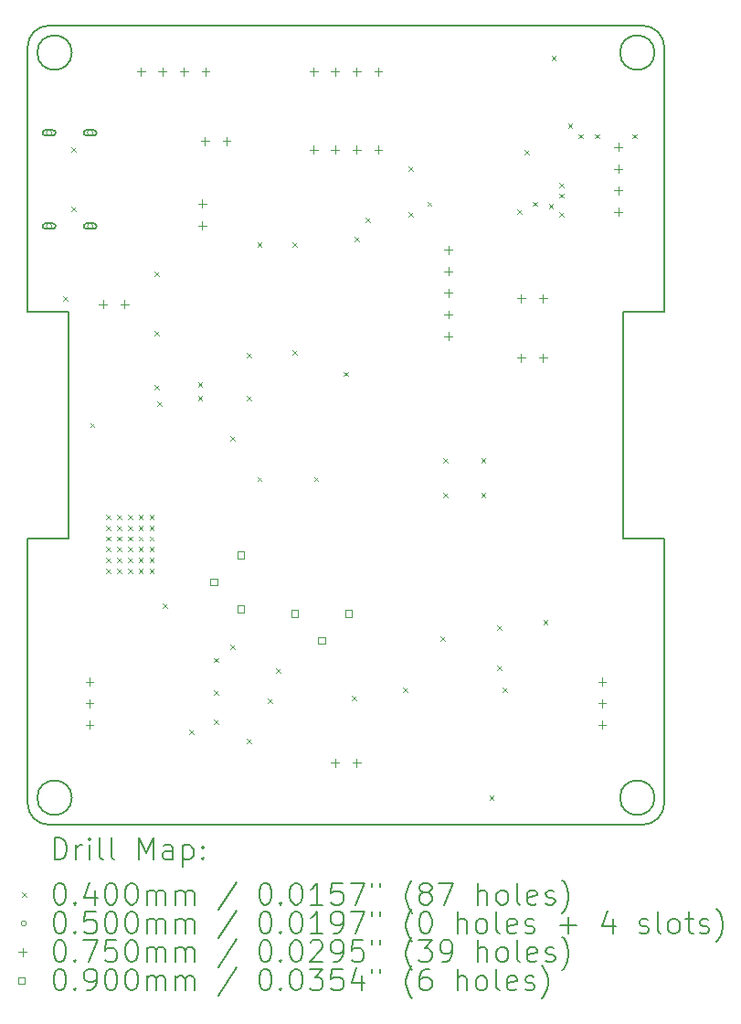
<source format=gbr>
%TF.GenerationSoftware,KiCad,Pcbnew,7.0.8*%
%TF.CreationDate,2024-05-03T09:25:55+02:00*%
%TF.ProjectId,SPROJ2 G3_1,5350524f-4a32-4204-9733-5f312e6b6963,rev?*%
%TF.SameCoordinates,Original*%
%TF.FileFunction,Drillmap*%
%TF.FilePolarity,Positive*%
%FSLAX45Y45*%
G04 Gerber Fmt 4.5, Leading zero omitted, Abs format (unit mm)*
G04 Created by KiCad (PCBNEW 7.0.8) date 2024-05-03 09:25:55*
%MOMM*%
%LPD*%
G01*
G04 APERTURE LIST*
%ADD10C,0.200000*%
%ADD11C,0.040000*%
%ADD12C,0.050000*%
%ADD13C,0.075000*%
%ADD14C,0.090000*%
G04 APERTURE END LIST*
D10*
X11375000Y-14150000D02*
X16875000Y-14150000D01*
X17075000Y-11500000D02*
X16692157Y-11500000D01*
X11175000Y-6950000D02*
X11175000Y-9400000D01*
X11585000Y-7000000D02*
G75*
G03*
X11585000Y-7000000I-160000J0D01*
G01*
X11375000Y-6750000D02*
G75*
G03*
X11175000Y-6950000I0J-200000D01*
G01*
X16875000Y-6750000D02*
X11375000Y-6750000D01*
X17075000Y-9400000D02*
X17075000Y-6950000D01*
X16985000Y-13900000D02*
G75*
G03*
X16985000Y-13900000I-160000J0D01*
G01*
X11175000Y-11500000D02*
X11175000Y-13950000D01*
X16692157Y-11500000D02*
X16692157Y-9400000D01*
X17075000Y-6950000D02*
G75*
G03*
X16875000Y-6750000I-200000J0D01*
G01*
X16692157Y-9400000D02*
X17075000Y-9400000D01*
X17075000Y-13950000D02*
X17075000Y-11500000D01*
X16875000Y-14150000D02*
G75*
G03*
X17075000Y-13950000I0J200000D01*
G01*
X11175000Y-9400000D02*
X11557843Y-9400000D01*
X16985000Y-7000000D02*
G75*
G03*
X16985000Y-7000000I-160000J0D01*
G01*
X11557843Y-11500000D02*
X11175000Y-11500000D01*
X11557843Y-9400000D02*
X11557843Y-11500000D01*
X11585000Y-13900000D02*
G75*
G03*
X11585000Y-13900000I-160000J0D01*
G01*
X11175000Y-13950000D02*
G75*
G03*
X11375000Y-14150000I200000J0D01*
G01*
D11*
X11505000Y-9255000D02*
X11545000Y-9295000D01*
X11545000Y-9255000D02*
X11505000Y-9295000D01*
X11580000Y-7880000D02*
X11620000Y-7920000D01*
X11620000Y-7880000D02*
X11580000Y-7920000D01*
X11580000Y-8430000D02*
X11620000Y-8470000D01*
X11620000Y-8430000D02*
X11580000Y-8470000D01*
X11755000Y-10430000D02*
X11795000Y-10470000D01*
X11795000Y-10430000D02*
X11755000Y-10470000D01*
X11905000Y-11280000D02*
X11945000Y-11320000D01*
X11945000Y-11280000D02*
X11905000Y-11320000D01*
X11905000Y-11380000D02*
X11945000Y-11420000D01*
X11945000Y-11380000D02*
X11905000Y-11420000D01*
X11905000Y-11480000D02*
X11945000Y-11520000D01*
X11945000Y-11480000D02*
X11905000Y-11520000D01*
X11905000Y-11580000D02*
X11945000Y-11620000D01*
X11945000Y-11580000D02*
X11905000Y-11620000D01*
X11905000Y-11680000D02*
X11945000Y-11720000D01*
X11945000Y-11680000D02*
X11905000Y-11720000D01*
X11905000Y-11780000D02*
X11945000Y-11820000D01*
X11945000Y-11780000D02*
X11905000Y-11820000D01*
X12005000Y-11280000D02*
X12045000Y-11320000D01*
X12045000Y-11280000D02*
X12005000Y-11320000D01*
X12005000Y-11380000D02*
X12045000Y-11420000D01*
X12045000Y-11380000D02*
X12005000Y-11420000D01*
X12005000Y-11480000D02*
X12045000Y-11520000D01*
X12045000Y-11480000D02*
X12005000Y-11520000D01*
X12005000Y-11580000D02*
X12045000Y-11620000D01*
X12045000Y-11580000D02*
X12005000Y-11620000D01*
X12005000Y-11680000D02*
X12045000Y-11720000D01*
X12045000Y-11680000D02*
X12005000Y-11720000D01*
X12005000Y-11780000D02*
X12045000Y-11820000D01*
X12045000Y-11780000D02*
X12005000Y-11820000D01*
X12105000Y-11280000D02*
X12145000Y-11320000D01*
X12145000Y-11280000D02*
X12105000Y-11320000D01*
X12105000Y-11380000D02*
X12145000Y-11420000D01*
X12145000Y-11380000D02*
X12105000Y-11420000D01*
X12105000Y-11480000D02*
X12145000Y-11520000D01*
X12145000Y-11480000D02*
X12105000Y-11520000D01*
X12105000Y-11580000D02*
X12145000Y-11620000D01*
X12145000Y-11580000D02*
X12105000Y-11620000D01*
X12105000Y-11680000D02*
X12145000Y-11720000D01*
X12145000Y-11680000D02*
X12105000Y-11720000D01*
X12105000Y-11780000D02*
X12145000Y-11820000D01*
X12145000Y-11780000D02*
X12105000Y-11820000D01*
X12205000Y-11280000D02*
X12245000Y-11320000D01*
X12245000Y-11280000D02*
X12205000Y-11320000D01*
X12205000Y-11380000D02*
X12245000Y-11420000D01*
X12245000Y-11380000D02*
X12205000Y-11420000D01*
X12205000Y-11480000D02*
X12245000Y-11520000D01*
X12245000Y-11480000D02*
X12205000Y-11520000D01*
X12205000Y-11580000D02*
X12245000Y-11620000D01*
X12245000Y-11580000D02*
X12205000Y-11620000D01*
X12205000Y-11680000D02*
X12245000Y-11720000D01*
X12245000Y-11680000D02*
X12205000Y-11720000D01*
X12205000Y-11780000D02*
X12245000Y-11820000D01*
X12245000Y-11780000D02*
X12205000Y-11820000D01*
X12305000Y-11280000D02*
X12345000Y-11320000D01*
X12345000Y-11280000D02*
X12305000Y-11320000D01*
X12305000Y-11380000D02*
X12345000Y-11420000D01*
X12345000Y-11380000D02*
X12305000Y-11420000D01*
X12305000Y-11480000D02*
X12345000Y-11520000D01*
X12345000Y-11480000D02*
X12305000Y-11520000D01*
X12305000Y-11580000D02*
X12345000Y-11620000D01*
X12345000Y-11580000D02*
X12305000Y-11620000D01*
X12305000Y-11680000D02*
X12345000Y-11720000D01*
X12345000Y-11680000D02*
X12305000Y-11720000D01*
X12305000Y-11780000D02*
X12345000Y-11820000D01*
X12345000Y-11780000D02*
X12305000Y-11820000D01*
X12355000Y-9030000D02*
X12395000Y-9070000D01*
X12395000Y-9030000D02*
X12355000Y-9070000D01*
X12355000Y-9580000D02*
X12395000Y-9620000D01*
X12395000Y-9580000D02*
X12355000Y-9620000D01*
X12355000Y-10080000D02*
X12395000Y-10120000D01*
X12395000Y-10080000D02*
X12355000Y-10120000D01*
X12380000Y-10230000D02*
X12420000Y-10270000D01*
X12420000Y-10230000D02*
X12380000Y-10270000D01*
X12430000Y-12105000D02*
X12470000Y-12145000D01*
X12470000Y-12105000D02*
X12430000Y-12145000D01*
X12671444Y-13271444D02*
X12711444Y-13311444D01*
X12711444Y-13271444D02*
X12671444Y-13311444D01*
X12755000Y-10055000D02*
X12795000Y-10095000D01*
X12795000Y-10055000D02*
X12755000Y-10095000D01*
X12755000Y-10180000D02*
X12795000Y-10220000D01*
X12795000Y-10180000D02*
X12755000Y-10220000D01*
X12905000Y-12605000D02*
X12945000Y-12645000D01*
X12945000Y-12605000D02*
X12905000Y-12645000D01*
X12905000Y-12905000D02*
X12945000Y-12945000D01*
X12945000Y-12905000D02*
X12905000Y-12945000D01*
X12905000Y-13180000D02*
X12945000Y-13220000D01*
X12945000Y-13180000D02*
X12905000Y-13220000D01*
X13055000Y-10555000D02*
X13095000Y-10595000D01*
X13095000Y-10555000D02*
X13055000Y-10595000D01*
X13055000Y-12480000D02*
X13095000Y-12520000D01*
X13095000Y-12480000D02*
X13055000Y-12520000D01*
X13205000Y-9780000D02*
X13245000Y-9820000D01*
X13245000Y-9780000D02*
X13205000Y-9820000D01*
X13205000Y-10180000D02*
X13245000Y-10220000D01*
X13245000Y-10180000D02*
X13205000Y-10220000D01*
X13205000Y-13355000D02*
X13245000Y-13395000D01*
X13245000Y-13355000D02*
X13205000Y-13395000D01*
X13305000Y-8755000D02*
X13345000Y-8795000D01*
X13345000Y-8755000D02*
X13305000Y-8795000D01*
X13305000Y-10930000D02*
X13345000Y-10970000D01*
X13345000Y-10930000D02*
X13305000Y-10970000D01*
X13405000Y-12980000D02*
X13445000Y-13020000D01*
X13445000Y-12980000D02*
X13405000Y-13020000D01*
X13480000Y-12705000D02*
X13520000Y-12745000D01*
X13520000Y-12705000D02*
X13480000Y-12745000D01*
X13630000Y-8755000D02*
X13670000Y-8795000D01*
X13670000Y-8755000D02*
X13630000Y-8795000D01*
X13630000Y-9755000D02*
X13670000Y-9795000D01*
X13670000Y-9755000D02*
X13630000Y-9795000D01*
X13830000Y-10930000D02*
X13870000Y-10970000D01*
X13870000Y-10930000D02*
X13830000Y-10970000D01*
X14105000Y-9955000D02*
X14145000Y-9995000D01*
X14145000Y-9955000D02*
X14105000Y-9995000D01*
X14180000Y-12955000D02*
X14220000Y-12995000D01*
X14220000Y-12955000D02*
X14180000Y-12995000D01*
X14205000Y-8705000D02*
X14245000Y-8745000D01*
X14245000Y-8705000D02*
X14205000Y-8745000D01*
X14305000Y-8530000D02*
X14345000Y-8570000D01*
X14345000Y-8530000D02*
X14305000Y-8570000D01*
X14655000Y-12880000D02*
X14695000Y-12920000D01*
X14695000Y-12880000D02*
X14655000Y-12920000D01*
X14705000Y-8055000D02*
X14745000Y-8095000D01*
X14745000Y-8055000D02*
X14705000Y-8095000D01*
X14705000Y-8480000D02*
X14745000Y-8520000D01*
X14745000Y-8480000D02*
X14705000Y-8520000D01*
X14880000Y-8380000D02*
X14920000Y-8420000D01*
X14920000Y-8380000D02*
X14880000Y-8420000D01*
X15005000Y-12405000D02*
X15045000Y-12445000D01*
X15045000Y-12405000D02*
X15005000Y-12445000D01*
X15030000Y-10755000D02*
X15070000Y-10795000D01*
X15070000Y-10755000D02*
X15030000Y-10795000D01*
X15030000Y-11080000D02*
X15070000Y-11120000D01*
X15070000Y-11080000D02*
X15030000Y-11120000D01*
X15380000Y-10755000D02*
X15420000Y-10795000D01*
X15420000Y-10755000D02*
X15380000Y-10795000D01*
X15380000Y-11080000D02*
X15420000Y-11120000D01*
X15420000Y-11080000D02*
X15380000Y-11120000D01*
X15455000Y-13882550D02*
X15495000Y-13922550D01*
X15495000Y-13882550D02*
X15455000Y-13922550D01*
X15530000Y-12305000D02*
X15570000Y-12345000D01*
X15570000Y-12305000D02*
X15530000Y-12345000D01*
X15530000Y-12680000D02*
X15570000Y-12720000D01*
X15570000Y-12680000D02*
X15530000Y-12720000D01*
X15580000Y-12880000D02*
X15620000Y-12920000D01*
X15620000Y-12880000D02*
X15580000Y-12920000D01*
X15714950Y-8455000D02*
X15754950Y-8495000D01*
X15754950Y-8455000D02*
X15714950Y-8495000D01*
X15780000Y-7905000D02*
X15820000Y-7945000D01*
X15820000Y-7905000D02*
X15780000Y-7945000D01*
X15855000Y-8380000D02*
X15895000Y-8420000D01*
X15895000Y-8380000D02*
X15855000Y-8420000D01*
X15955000Y-12255000D02*
X15995000Y-12295000D01*
X15995000Y-12255000D02*
X15955000Y-12295000D01*
X16005000Y-8405000D02*
X16045000Y-8445000D01*
X16045000Y-8405000D02*
X16005000Y-8445000D01*
X16030000Y-7030000D02*
X16070000Y-7070000D01*
X16070000Y-7030000D02*
X16030000Y-7070000D01*
X16105000Y-8205000D02*
X16145000Y-8245000D01*
X16145000Y-8205000D02*
X16105000Y-8245000D01*
X16105000Y-8305000D02*
X16145000Y-8345000D01*
X16145000Y-8305000D02*
X16105000Y-8345000D01*
X16105000Y-8480000D02*
X16145000Y-8520000D01*
X16145000Y-8480000D02*
X16105000Y-8520000D01*
X16182550Y-7655000D02*
X16222550Y-7695000D01*
X16222550Y-7655000D02*
X16182550Y-7695000D01*
X16280000Y-7755000D02*
X16320000Y-7795000D01*
X16320000Y-7755000D02*
X16280000Y-7795000D01*
X16430000Y-7755000D02*
X16470000Y-7795000D01*
X16470000Y-7755000D02*
X16430000Y-7795000D01*
X16780000Y-7755000D02*
X16820000Y-7795000D01*
X16820000Y-7755000D02*
X16780000Y-7795000D01*
D12*
X11400000Y-7743000D02*
G75*
G03*
X11400000Y-7743000I-25000J0D01*
G01*
D10*
X11410000Y-7718000D02*
X11340000Y-7718000D01*
X11340000Y-7718000D02*
G75*
G03*
X11340000Y-7768000I0J-25000D01*
G01*
X11340000Y-7768000D02*
X11410000Y-7768000D01*
X11410000Y-7768000D02*
G75*
G03*
X11410000Y-7718000I0J25000D01*
G01*
D12*
X11400000Y-8607000D02*
G75*
G03*
X11400000Y-8607000I-25000J0D01*
G01*
D10*
X11410000Y-8582000D02*
X11340000Y-8582000D01*
X11340000Y-8582000D02*
G75*
G03*
X11340000Y-8632000I0J-25000D01*
G01*
X11340000Y-8632000D02*
X11410000Y-8632000D01*
X11410000Y-8632000D02*
G75*
G03*
X11410000Y-8582000I0J25000D01*
G01*
D12*
X11780000Y-7743000D02*
G75*
G03*
X11780000Y-7743000I-25000J0D01*
G01*
D10*
X11790000Y-7718000D02*
X11720000Y-7718000D01*
X11720000Y-7718000D02*
G75*
G03*
X11720000Y-7768000I0J-25000D01*
G01*
X11720000Y-7768000D02*
X11790000Y-7768000D01*
X11790000Y-7768000D02*
G75*
G03*
X11790000Y-7718000I0J25000D01*
G01*
D12*
X11780000Y-8607000D02*
G75*
G03*
X11780000Y-8607000I-25000J0D01*
G01*
D10*
X11790000Y-8582000D02*
X11720000Y-8582000D01*
X11720000Y-8582000D02*
G75*
G03*
X11720000Y-8632000I0J-25000D01*
G01*
X11720000Y-8632000D02*
X11790000Y-8632000D01*
X11790000Y-8632000D02*
G75*
G03*
X11790000Y-8582000I0J25000D01*
G01*
D13*
X11750000Y-12787500D02*
X11750000Y-12862500D01*
X11712500Y-12825000D02*
X11787500Y-12825000D01*
X11750000Y-12987500D02*
X11750000Y-13062500D01*
X11712500Y-13025000D02*
X11787500Y-13025000D01*
X11750000Y-13187500D02*
X11750000Y-13262500D01*
X11712500Y-13225000D02*
X11787500Y-13225000D01*
X11875000Y-9292500D02*
X11875000Y-9367500D01*
X11837500Y-9330000D02*
X11912500Y-9330000D01*
X12075000Y-9292500D02*
X12075000Y-9367500D01*
X12037500Y-9330000D02*
X12112500Y-9330000D01*
X12225000Y-7137500D02*
X12225000Y-7212500D01*
X12187500Y-7175000D02*
X12262500Y-7175000D01*
X12425000Y-7137500D02*
X12425000Y-7212500D01*
X12387500Y-7175000D02*
X12462500Y-7175000D01*
X12625000Y-7137500D02*
X12625000Y-7212500D01*
X12587500Y-7175000D02*
X12662500Y-7175000D01*
X12795000Y-8362500D02*
X12795000Y-8437500D01*
X12757500Y-8400000D02*
X12832500Y-8400000D01*
X12795000Y-8562500D02*
X12795000Y-8637500D01*
X12757500Y-8600000D02*
X12832500Y-8600000D01*
X12820000Y-7782500D02*
X12820000Y-7857500D01*
X12782500Y-7820000D02*
X12857500Y-7820000D01*
X12825000Y-7137500D02*
X12825000Y-7212500D01*
X12787500Y-7175000D02*
X12862500Y-7175000D01*
X13020000Y-7782500D02*
X13020000Y-7857500D01*
X12982500Y-7820000D02*
X13057500Y-7820000D01*
X13825000Y-7137500D02*
X13825000Y-7212500D01*
X13787500Y-7175000D02*
X13862500Y-7175000D01*
X13825000Y-7862500D02*
X13825000Y-7937500D01*
X13787500Y-7900000D02*
X13862500Y-7900000D01*
X14025000Y-7137500D02*
X14025000Y-7212500D01*
X13987500Y-7175000D02*
X14062500Y-7175000D01*
X14025000Y-7862500D02*
X14025000Y-7937500D01*
X13987500Y-7900000D02*
X14062500Y-7900000D01*
X14025000Y-13537500D02*
X14025000Y-13612500D01*
X13987500Y-13575000D02*
X14062500Y-13575000D01*
X14225000Y-7137500D02*
X14225000Y-7212500D01*
X14187500Y-7175000D02*
X14262500Y-7175000D01*
X14225000Y-7862500D02*
X14225000Y-7937500D01*
X14187500Y-7900000D02*
X14262500Y-7900000D01*
X14225000Y-13537500D02*
X14225000Y-13612500D01*
X14187500Y-13575000D02*
X14262500Y-13575000D01*
X14425000Y-7137500D02*
X14425000Y-7212500D01*
X14387500Y-7175000D02*
X14462500Y-7175000D01*
X14425000Y-7862500D02*
X14425000Y-7937500D01*
X14387500Y-7900000D02*
X14462500Y-7900000D01*
X15075000Y-8787500D02*
X15075000Y-8862500D01*
X15037500Y-8825000D02*
X15112500Y-8825000D01*
X15075000Y-8987500D02*
X15075000Y-9062500D01*
X15037500Y-9025000D02*
X15112500Y-9025000D01*
X15075000Y-9187500D02*
X15075000Y-9262500D01*
X15037500Y-9225000D02*
X15112500Y-9225000D01*
X15075000Y-9387500D02*
X15075000Y-9462500D01*
X15037500Y-9425000D02*
X15112500Y-9425000D01*
X15075000Y-9587500D02*
X15075000Y-9662500D01*
X15037500Y-9625000D02*
X15112500Y-9625000D01*
X15750000Y-9237500D02*
X15750000Y-9312500D01*
X15712500Y-9275000D02*
X15787500Y-9275000D01*
X15750000Y-9787500D02*
X15750000Y-9862500D01*
X15712500Y-9825000D02*
X15787500Y-9825000D01*
X15950000Y-9237500D02*
X15950000Y-9312500D01*
X15912500Y-9275000D02*
X15987500Y-9275000D01*
X15950000Y-9787500D02*
X15950000Y-9862500D01*
X15912500Y-9825000D02*
X15987500Y-9825000D01*
X16500000Y-12787600D02*
X16500000Y-12862600D01*
X16462500Y-12825100D02*
X16537500Y-12825100D01*
X16500000Y-12987600D02*
X16500000Y-13062600D01*
X16462500Y-13025100D02*
X16537500Y-13025100D01*
X16500000Y-13187600D02*
X16500000Y-13262600D01*
X16462500Y-13225100D02*
X16537500Y-13225100D01*
X16650000Y-7837500D02*
X16650000Y-7912500D01*
X16612500Y-7875000D02*
X16687500Y-7875000D01*
X16650000Y-8037500D02*
X16650000Y-8112500D01*
X16612500Y-8075000D02*
X16687500Y-8075000D01*
X16650000Y-8237500D02*
X16650000Y-8312500D01*
X16612500Y-8275000D02*
X16687500Y-8275000D01*
X16650000Y-8437500D02*
X16650000Y-8512500D01*
X16612500Y-8475000D02*
X16687500Y-8475000D01*
D14*
X12931820Y-11931820D02*
X12931820Y-11868180D01*
X12868180Y-11868180D01*
X12868180Y-11931820D01*
X12931820Y-11931820D01*
X13181820Y-11681820D02*
X13181820Y-11618180D01*
X13118180Y-11618180D01*
X13118180Y-11681820D01*
X13181820Y-11681820D01*
X13181820Y-12181820D02*
X13181820Y-12118180D01*
X13118180Y-12118180D01*
X13118180Y-12181820D01*
X13181820Y-12181820D01*
X13681820Y-12224320D02*
X13681820Y-12160680D01*
X13618180Y-12160680D01*
X13618180Y-12224320D01*
X13681820Y-12224320D01*
X13931820Y-12474320D02*
X13931820Y-12410680D01*
X13868180Y-12410680D01*
X13868180Y-12474320D01*
X13931820Y-12474320D01*
X14181820Y-12224320D02*
X14181820Y-12160680D01*
X14118180Y-12160680D01*
X14118180Y-12224320D01*
X14181820Y-12224320D01*
D10*
X11425777Y-14471484D02*
X11425777Y-14271484D01*
X11425777Y-14271484D02*
X11473396Y-14271484D01*
X11473396Y-14271484D02*
X11501967Y-14281008D01*
X11501967Y-14281008D02*
X11521015Y-14300055D01*
X11521015Y-14300055D02*
X11530539Y-14319103D01*
X11530539Y-14319103D02*
X11540062Y-14357198D01*
X11540062Y-14357198D02*
X11540062Y-14385769D01*
X11540062Y-14385769D02*
X11530539Y-14423865D01*
X11530539Y-14423865D02*
X11521015Y-14442912D01*
X11521015Y-14442912D02*
X11501967Y-14461960D01*
X11501967Y-14461960D02*
X11473396Y-14471484D01*
X11473396Y-14471484D02*
X11425777Y-14471484D01*
X11625777Y-14471484D02*
X11625777Y-14338150D01*
X11625777Y-14376246D02*
X11635301Y-14357198D01*
X11635301Y-14357198D02*
X11644824Y-14347674D01*
X11644824Y-14347674D02*
X11663872Y-14338150D01*
X11663872Y-14338150D02*
X11682920Y-14338150D01*
X11749586Y-14471484D02*
X11749586Y-14338150D01*
X11749586Y-14271484D02*
X11740062Y-14281008D01*
X11740062Y-14281008D02*
X11749586Y-14290531D01*
X11749586Y-14290531D02*
X11759110Y-14281008D01*
X11759110Y-14281008D02*
X11749586Y-14271484D01*
X11749586Y-14271484D02*
X11749586Y-14290531D01*
X11873396Y-14471484D02*
X11854348Y-14461960D01*
X11854348Y-14461960D02*
X11844824Y-14442912D01*
X11844824Y-14442912D02*
X11844824Y-14271484D01*
X11978158Y-14471484D02*
X11959110Y-14461960D01*
X11959110Y-14461960D02*
X11949586Y-14442912D01*
X11949586Y-14442912D02*
X11949586Y-14271484D01*
X12206729Y-14471484D02*
X12206729Y-14271484D01*
X12206729Y-14271484D02*
X12273396Y-14414341D01*
X12273396Y-14414341D02*
X12340062Y-14271484D01*
X12340062Y-14271484D02*
X12340062Y-14471484D01*
X12521015Y-14471484D02*
X12521015Y-14366722D01*
X12521015Y-14366722D02*
X12511491Y-14347674D01*
X12511491Y-14347674D02*
X12492443Y-14338150D01*
X12492443Y-14338150D02*
X12454348Y-14338150D01*
X12454348Y-14338150D02*
X12435301Y-14347674D01*
X12521015Y-14461960D02*
X12501967Y-14471484D01*
X12501967Y-14471484D02*
X12454348Y-14471484D01*
X12454348Y-14471484D02*
X12435301Y-14461960D01*
X12435301Y-14461960D02*
X12425777Y-14442912D01*
X12425777Y-14442912D02*
X12425777Y-14423865D01*
X12425777Y-14423865D02*
X12435301Y-14404817D01*
X12435301Y-14404817D02*
X12454348Y-14395293D01*
X12454348Y-14395293D02*
X12501967Y-14395293D01*
X12501967Y-14395293D02*
X12521015Y-14385769D01*
X12616253Y-14338150D02*
X12616253Y-14538150D01*
X12616253Y-14347674D02*
X12635301Y-14338150D01*
X12635301Y-14338150D02*
X12673396Y-14338150D01*
X12673396Y-14338150D02*
X12692443Y-14347674D01*
X12692443Y-14347674D02*
X12701967Y-14357198D01*
X12701967Y-14357198D02*
X12711491Y-14376246D01*
X12711491Y-14376246D02*
X12711491Y-14433388D01*
X12711491Y-14433388D02*
X12701967Y-14452436D01*
X12701967Y-14452436D02*
X12692443Y-14461960D01*
X12692443Y-14461960D02*
X12673396Y-14471484D01*
X12673396Y-14471484D02*
X12635301Y-14471484D01*
X12635301Y-14471484D02*
X12616253Y-14461960D01*
X12797205Y-14452436D02*
X12806729Y-14461960D01*
X12806729Y-14461960D02*
X12797205Y-14471484D01*
X12797205Y-14471484D02*
X12787682Y-14461960D01*
X12787682Y-14461960D02*
X12797205Y-14452436D01*
X12797205Y-14452436D02*
X12797205Y-14471484D01*
X12797205Y-14347674D02*
X12806729Y-14357198D01*
X12806729Y-14357198D02*
X12797205Y-14366722D01*
X12797205Y-14366722D02*
X12787682Y-14357198D01*
X12787682Y-14357198D02*
X12797205Y-14347674D01*
X12797205Y-14347674D02*
X12797205Y-14366722D01*
D11*
X11125000Y-14780000D02*
X11165000Y-14820000D01*
X11165000Y-14780000D02*
X11125000Y-14820000D01*
D10*
X11463872Y-14691484D02*
X11482920Y-14691484D01*
X11482920Y-14691484D02*
X11501967Y-14701008D01*
X11501967Y-14701008D02*
X11511491Y-14710531D01*
X11511491Y-14710531D02*
X11521015Y-14729579D01*
X11521015Y-14729579D02*
X11530539Y-14767674D01*
X11530539Y-14767674D02*
X11530539Y-14815293D01*
X11530539Y-14815293D02*
X11521015Y-14853388D01*
X11521015Y-14853388D02*
X11511491Y-14872436D01*
X11511491Y-14872436D02*
X11501967Y-14881960D01*
X11501967Y-14881960D02*
X11482920Y-14891484D01*
X11482920Y-14891484D02*
X11463872Y-14891484D01*
X11463872Y-14891484D02*
X11444824Y-14881960D01*
X11444824Y-14881960D02*
X11435301Y-14872436D01*
X11435301Y-14872436D02*
X11425777Y-14853388D01*
X11425777Y-14853388D02*
X11416253Y-14815293D01*
X11416253Y-14815293D02*
X11416253Y-14767674D01*
X11416253Y-14767674D02*
X11425777Y-14729579D01*
X11425777Y-14729579D02*
X11435301Y-14710531D01*
X11435301Y-14710531D02*
X11444824Y-14701008D01*
X11444824Y-14701008D02*
X11463872Y-14691484D01*
X11616253Y-14872436D02*
X11625777Y-14881960D01*
X11625777Y-14881960D02*
X11616253Y-14891484D01*
X11616253Y-14891484D02*
X11606729Y-14881960D01*
X11606729Y-14881960D02*
X11616253Y-14872436D01*
X11616253Y-14872436D02*
X11616253Y-14891484D01*
X11797205Y-14758150D02*
X11797205Y-14891484D01*
X11749586Y-14681960D02*
X11701967Y-14824817D01*
X11701967Y-14824817D02*
X11825777Y-14824817D01*
X11940062Y-14691484D02*
X11959110Y-14691484D01*
X11959110Y-14691484D02*
X11978158Y-14701008D01*
X11978158Y-14701008D02*
X11987682Y-14710531D01*
X11987682Y-14710531D02*
X11997205Y-14729579D01*
X11997205Y-14729579D02*
X12006729Y-14767674D01*
X12006729Y-14767674D02*
X12006729Y-14815293D01*
X12006729Y-14815293D02*
X11997205Y-14853388D01*
X11997205Y-14853388D02*
X11987682Y-14872436D01*
X11987682Y-14872436D02*
X11978158Y-14881960D01*
X11978158Y-14881960D02*
X11959110Y-14891484D01*
X11959110Y-14891484D02*
X11940062Y-14891484D01*
X11940062Y-14891484D02*
X11921015Y-14881960D01*
X11921015Y-14881960D02*
X11911491Y-14872436D01*
X11911491Y-14872436D02*
X11901967Y-14853388D01*
X11901967Y-14853388D02*
X11892443Y-14815293D01*
X11892443Y-14815293D02*
X11892443Y-14767674D01*
X11892443Y-14767674D02*
X11901967Y-14729579D01*
X11901967Y-14729579D02*
X11911491Y-14710531D01*
X11911491Y-14710531D02*
X11921015Y-14701008D01*
X11921015Y-14701008D02*
X11940062Y-14691484D01*
X12130539Y-14691484D02*
X12149586Y-14691484D01*
X12149586Y-14691484D02*
X12168634Y-14701008D01*
X12168634Y-14701008D02*
X12178158Y-14710531D01*
X12178158Y-14710531D02*
X12187682Y-14729579D01*
X12187682Y-14729579D02*
X12197205Y-14767674D01*
X12197205Y-14767674D02*
X12197205Y-14815293D01*
X12197205Y-14815293D02*
X12187682Y-14853388D01*
X12187682Y-14853388D02*
X12178158Y-14872436D01*
X12178158Y-14872436D02*
X12168634Y-14881960D01*
X12168634Y-14881960D02*
X12149586Y-14891484D01*
X12149586Y-14891484D02*
X12130539Y-14891484D01*
X12130539Y-14891484D02*
X12111491Y-14881960D01*
X12111491Y-14881960D02*
X12101967Y-14872436D01*
X12101967Y-14872436D02*
X12092443Y-14853388D01*
X12092443Y-14853388D02*
X12082920Y-14815293D01*
X12082920Y-14815293D02*
X12082920Y-14767674D01*
X12082920Y-14767674D02*
X12092443Y-14729579D01*
X12092443Y-14729579D02*
X12101967Y-14710531D01*
X12101967Y-14710531D02*
X12111491Y-14701008D01*
X12111491Y-14701008D02*
X12130539Y-14691484D01*
X12282920Y-14891484D02*
X12282920Y-14758150D01*
X12282920Y-14777198D02*
X12292443Y-14767674D01*
X12292443Y-14767674D02*
X12311491Y-14758150D01*
X12311491Y-14758150D02*
X12340063Y-14758150D01*
X12340063Y-14758150D02*
X12359110Y-14767674D01*
X12359110Y-14767674D02*
X12368634Y-14786722D01*
X12368634Y-14786722D02*
X12368634Y-14891484D01*
X12368634Y-14786722D02*
X12378158Y-14767674D01*
X12378158Y-14767674D02*
X12397205Y-14758150D01*
X12397205Y-14758150D02*
X12425777Y-14758150D01*
X12425777Y-14758150D02*
X12444824Y-14767674D01*
X12444824Y-14767674D02*
X12454348Y-14786722D01*
X12454348Y-14786722D02*
X12454348Y-14891484D01*
X12549586Y-14891484D02*
X12549586Y-14758150D01*
X12549586Y-14777198D02*
X12559110Y-14767674D01*
X12559110Y-14767674D02*
X12578158Y-14758150D01*
X12578158Y-14758150D02*
X12606729Y-14758150D01*
X12606729Y-14758150D02*
X12625777Y-14767674D01*
X12625777Y-14767674D02*
X12635301Y-14786722D01*
X12635301Y-14786722D02*
X12635301Y-14891484D01*
X12635301Y-14786722D02*
X12644824Y-14767674D01*
X12644824Y-14767674D02*
X12663872Y-14758150D01*
X12663872Y-14758150D02*
X12692443Y-14758150D01*
X12692443Y-14758150D02*
X12711491Y-14767674D01*
X12711491Y-14767674D02*
X12721015Y-14786722D01*
X12721015Y-14786722D02*
X12721015Y-14891484D01*
X13111491Y-14681960D02*
X12940063Y-14939103D01*
X13368634Y-14691484D02*
X13387682Y-14691484D01*
X13387682Y-14691484D02*
X13406729Y-14701008D01*
X13406729Y-14701008D02*
X13416253Y-14710531D01*
X13416253Y-14710531D02*
X13425777Y-14729579D01*
X13425777Y-14729579D02*
X13435301Y-14767674D01*
X13435301Y-14767674D02*
X13435301Y-14815293D01*
X13435301Y-14815293D02*
X13425777Y-14853388D01*
X13425777Y-14853388D02*
X13416253Y-14872436D01*
X13416253Y-14872436D02*
X13406729Y-14881960D01*
X13406729Y-14881960D02*
X13387682Y-14891484D01*
X13387682Y-14891484D02*
X13368634Y-14891484D01*
X13368634Y-14891484D02*
X13349586Y-14881960D01*
X13349586Y-14881960D02*
X13340063Y-14872436D01*
X13340063Y-14872436D02*
X13330539Y-14853388D01*
X13330539Y-14853388D02*
X13321015Y-14815293D01*
X13321015Y-14815293D02*
X13321015Y-14767674D01*
X13321015Y-14767674D02*
X13330539Y-14729579D01*
X13330539Y-14729579D02*
X13340063Y-14710531D01*
X13340063Y-14710531D02*
X13349586Y-14701008D01*
X13349586Y-14701008D02*
X13368634Y-14691484D01*
X13521015Y-14872436D02*
X13530539Y-14881960D01*
X13530539Y-14881960D02*
X13521015Y-14891484D01*
X13521015Y-14891484D02*
X13511491Y-14881960D01*
X13511491Y-14881960D02*
X13521015Y-14872436D01*
X13521015Y-14872436D02*
X13521015Y-14891484D01*
X13654348Y-14691484D02*
X13673396Y-14691484D01*
X13673396Y-14691484D02*
X13692444Y-14701008D01*
X13692444Y-14701008D02*
X13701967Y-14710531D01*
X13701967Y-14710531D02*
X13711491Y-14729579D01*
X13711491Y-14729579D02*
X13721015Y-14767674D01*
X13721015Y-14767674D02*
X13721015Y-14815293D01*
X13721015Y-14815293D02*
X13711491Y-14853388D01*
X13711491Y-14853388D02*
X13701967Y-14872436D01*
X13701967Y-14872436D02*
X13692444Y-14881960D01*
X13692444Y-14881960D02*
X13673396Y-14891484D01*
X13673396Y-14891484D02*
X13654348Y-14891484D01*
X13654348Y-14891484D02*
X13635301Y-14881960D01*
X13635301Y-14881960D02*
X13625777Y-14872436D01*
X13625777Y-14872436D02*
X13616253Y-14853388D01*
X13616253Y-14853388D02*
X13606729Y-14815293D01*
X13606729Y-14815293D02*
X13606729Y-14767674D01*
X13606729Y-14767674D02*
X13616253Y-14729579D01*
X13616253Y-14729579D02*
X13625777Y-14710531D01*
X13625777Y-14710531D02*
X13635301Y-14701008D01*
X13635301Y-14701008D02*
X13654348Y-14691484D01*
X13911491Y-14891484D02*
X13797206Y-14891484D01*
X13854348Y-14891484D02*
X13854348Y-14691484D01*
X13854348Y-14691484D02*
X13835301Y-14720055D01*
X13835301Y-14720055D02*
X13816253Y-14739103D01*
X13816253Y-14739103D02*
X13797206Y-14748627D01*
X14092444Y-14691484D02*
X13997206Y-14691484D01*
X13997206Y-14691484D02*
X13987682Y-14786722D01*
X13987682Y-14786722D02*
X13997206Y-14777198D01*
X13997206Y-14777198D02*
X14016253Y-14767674D01*
X14016253Y-14767674D02*
X14063872Y-14767674D01*
X14063872Y-14767674D02*
X14082920Y-14777198D01*
X14082920Y-14777198D02*
X14092444Y-14786722D01*
X14092444Y-14786722D02*
X14101967Y-14805769D01*
X14101967Y-14805769D02*
X14101967Y-14853388D01*
X14101967Y-14853388D02*
X14092444Y-14872436D01*
X14092444Y-14872436D02*
X14082920Y-14881960D01*
X14082920Y-14881960D02*
X14063872Y-14891484D01*
X14063872Y-14891484D02*
X14016253Y-14891484D01*
X14016253Y-14891484D02*
X13997206Y-14881960D01*
X13997206Y-14881960D02*
X13987682Y-14872436D01*
X14168634Y-14691484D02*
X14301967Y-14691484D01*
X14301967Y-14691484D02*
X14216253Y-14891484D01*
X14368634Y-14691484D02*
X14368634Y-14729579D01*
X14444825Y-14691484D02*
X14444825Y-14729579D01*
X14740063Y-14967674D02*
X14730539Y-14958150D01*
X14730539Y-14958150D02*
X14711491Y-14929579D01*
X14711491Y-14929579D02*
X14701968Y-14910531D01*
X14701968Y-14910531D02*
X14692444Y-14881960D01*
X14692444Y-14881960D02*
X14682920Y-14834341D01*
X14682920Y-14834341D02*
X14682920Y-14796246D01*
X14682920Y-14796246D02*
X14692444Y-14748627D01*
X14692444Y-14748627D02*
X14701968Y-14720055D01*
X14701968Y-14720055D02*
X14711491Y-14701008D01*
X14711491Y-14701008D02*
X14730539Y-14672436D01*
X14730539Y-14672436D02*
X14740063Y-14662912D01*
X14844825Y-14777198D02*
X14825777Y-14767674D01*
X14825777Y-14767674D02*
X14816253Y-14758150D01*
X14816253Y-14758150D02*
X14806729Y-14739103D01*
X14806729Y-14739103D02*
X14806729Y-14729579D01*
X14806729Y-14729579D02*
X14816253Y-14710531D01*
X14816253Y-14710531D02*
X14825777Y-14701008D01*
X14825777Y-14701008D02*
X14844825Y-14691484D01*
X14844825Y-14691484D02*
X14882920Y-14691484D01*
X14882920Y-14691484D02*
X14901968Y-14701008D01*
X14901968Y-14701008D02*
X14911491Y-14710531D01*
X14911491Y-14710531D02*
X14921015Y-14729579D01*
X14921015Y-14729579D02*
X14921015Y-14739103D01*
X14921015Y-14739103D02*
X14911491Y-14758150D01*
X14911491Y-14758150D02*
X14901968Y-14767674D01*
X14901968Y-14767674D02*
X14882920Y-14777198D01*
X14882920Y-14777198D02*
X14844825Y-14777198D01*
X14844825Y-14777198D02*
X14825777Y-14786722D01*
X14825777Y-14786722D02*
X14816253Y-14796246D01*
X14816253Y-14796246D02*
X14806729Y-14815293D01*
X14806729Y-14815293D02*
X14806729Y-14853388D01*
X14806729Y-14853388D02*
X14816253Y-14872436D01*
X14816253Y-14872436D02*
X14825777Y-14881960D01*
X14825777Y-14881960D02*
X14844825Y-14891484D01*
X14844825Y-14891484D02*
X14882920Y-14891484D01*
X14882920Y-14891484D02*
X14901968Y-14881960D01*
X14901968Y-14881960D02*
X14911491Y-14872436D01*
X14911491Y-14872436D02*
X14921015Y-14853388D01*
X14921015Y-14853388D02*
X14921015Y-14815293D01*
X14921015Y-14815293D02*
X14911491Y-14796246D01*
X14911491Y-14796246D02*
X14901968Y-14786722D01*
X14901968Y-14786722D02*
X14882920Y-14777198D01*
X14987682Y-14691484D02*
X15121015Y-14691484D01*
X15121015Y-14691484D02*
X15035301Y-14891484D01*
X15349587Y-14891484D02*
X15349587Y-14691484D01*
X15435301Y-14891484D02*
X15435301Y-14786722D01*
X15435301Y-14786722D02*
X15425777Y-14767674D01*
X15425777Y-14767674D02*
X15406730Y-14758150D01*
X15406730Y-14758150D02*
X15378158Y-14758150D01*
X15378158Y-14758150D02*
X15359110Y-14767674D01*
X15359110Y-14767674D02*
X15349587Y-14777198D01*
X15559110Y-14891484D02*
X15540063Y-14881960D01*
X15540063Y-14881960D02*
X15530539Y-14872436D01*
X15530539Y-14872436D02*
X15521015Y-14853388D01*
X15521015Y-14853388D02*
X15521015Y-14796246D01*
X15521015Y-14796246D02*
X15530539Y-14777198D01*
X15530539Y-14777198D02*
X15540063Y-14767674D01*
X15540063Y-14767674D02*
X15559110Y-14758150D01*
X15559110Y-14758150D02*
X15587682Y-14758150D01*
X15587682Y-14758150D02*
X15606730Y-14767674D01*
X15606730Y-14767674D02*
X15616253Y-14777198D01*
X15616253Y-14777198D02*
X15625777Y-14796246D01*
X15625777Y-14796246D02*
X15625777Y-14853388D01*
X15625777Y-14853388D02*
X15616253Y-14872436D01*
X15616253Y-14872436D02*
X15606730Y-14881960D01*
X15606730Y-14881960D02*
X15587682Y-14891484D01*
X15587682Y-14891484D02*
X15559110Y-14891484D01*
X15740063Y-14891484D02*
X15721015Y-14881960D01*
X15721015Y-14881960D02*
X15711491Y-14862912D01*
X15711491Y-14862912D02*
X15711491Y-14691484D01*
X15892444Y-14881960D02*
X15873396Y-14891484D01*
X15873396Y-14891484D02*
X15835301Y-14891484D01*
X15835301Y-14891484D02*
X15816253Y-14881960D01*
X15816253Y-14881960D02*
X15806730Y-14862912D01*
X15806730Y-14862912D02*
X15806730Y-14786722D01*
X15806730Y-14786722D02*
X15816253Y-14767674D01*
X15816253Y-14767674D02*
X15835301Y-14758150D01*
X15835301Y-14758150D02*
X15873396Y-14758150D01*
X15873396Y-14758150D02*
X15892444Y-14767674D01*
X15892444Y-14767674D02*
X15901968Y-14786722D01*
X15901968Y-14786722D02*
X15901968Y-14805769D01*
X15901968Y-14805769D02*
X15806730Y-14824817D01*
X15978158Y-14881960D02*
X15997206Y-14891484D01*
X15997206Y-14891484D02*
X16035301Y-14891484D01*
X16035301Y-14891484D02*
X16054349Y-14881960D01*
X16054349Y-14881960D02*
X16063872Y-14862912D01*
X16063872Y-14862912D02*
X16063872Y-14853388D01*
X16063872Y-14853388D02*
X16054349Y-14834341D01*
X16054349Y-14834341D02*
X16035301Y-14824817D01*
X16035301Y-14824817D02*
X16006730Y-14824817D01*
X16006730Y-14824817D02*
X15987682Y-14815293D01*
X15987682Y-14815293D02*
X15978158Y-14796246D01*
X15978158Y-14796246D02*
X15978158Y-14786722D01*
X15978158Y-14786722D02*
X15987682Y-14767674D01*
X15987682Y-14767674D02*
X16006730Y-14758150D01*
X16006730Y-14758150D02*
X16035301Y-14758150D01*
X16035301Y-14758150D02*
X16054349Y-14767674D01*
X16130539Y-14967674D02*
X16140063Y-14958150D01*
X16140063Y-14958150D02*
X16159111Y-14929579D01*
X16159111Y-14929579D02*
X16168634Y-14910531D01*
X16168634Y-14910531D02*
X16178158Y-14881960D01*
X16178158Y-14881960D02*
X16187682Y-14834341D01*
X16187682Y-14834341D02*
X16187682Y-14796246D01*
X16187682Y-14796246D02*
X16178158Y-14748627D01*
X16178158Y-14748627D02*
X16168634Y-14720055D01*
X16168634Y-14720055D02*
X16159111Y-14701008D01*
X16159111Y-14701008D02*
X16140063Y-14672436D01*
X16140063Y-14672436D02*
X16130539Y-14662912D01*
D12*
X11165000Y-15064000D02*
G75*
G03*
X11165000Y-15064000I-25000J0D01*
G01*
D10*
X11463872Y-14955484D02*
X11482920Y-14955484D01*
X11482920Y-14955484D02*
X11501967Y-14965008D01*
X11501967Y-14965008D02*
X11511491Y-14974531D01*
X11511491Y-14974531D02*
X11521015Y-14993579D01*
X11521015Y-14993579D02*
X11530539Y-15031674D01*
X11530539Y-15031674D02*
X11530539Y-15079293D01*
X11530539Y-15079293D02*
X11521015Y-15117388D01*
X11521015Y-15117388D02*
X11511491Y-15136436D01*
X11511491Y-15136436D02*
X11501967Y-15145960D01*
X11501967Y-15145960D02*
X11482920Y-15155484D01*
X11482920Y-15155484D02*
X11463872Y-15155484D01*
X11463872Y-15155484D02*
X11444824Y-15145960D01*
X11444824Y-15145960D02*
X11435301Y-15136436D01*
X11435301Y-15136436D02*
X11425777Y-15117388D01*
X11425777Y-15117388D02*
X11416253Y-15079293D01*
X11416253Y-15079293D02*
X11416253Y-15031674D01*
X11416253Y-15031674D02*
X11425777Y-14993579D01*
X11425777Y-14993579D02*
X11435301Y-14974531D01*
X11435301Y-14974531D02*
X11444824Y-14965008D01*
X11444824Y-14965008D02*
X11463872Y-14955484D01*
X11616253Y-15136436D02*
X11625777Y-15145960D01*
X11625777Y-15145960D02*
X11616253Y-15155484D01*
X11616253Y-15155484D02*
X11606729Y-15145960D01*
X11606729Y-15145960D02*
X11616253Y-15136436D01*
X11616253Y-15136436D02*
X11616253Y-15155484D01*
X11806729Y-14955484D02*
X11711491Y-14955484D01*
X11711491Y-14955484D02*
X11701967Y-15050722D01*
X11701967Y-15050722D02*
X11711491Y-15041198D01*
X11711491Y-15041198D02*
X11730539Y-15031674D01*
X11730539Y-15031674D02*
X11778158Y-15031674D01*
X11778158Y-15031674D02*
X11797205Y-15041198D01*
X11797205Y-15041198D02*
X11806729Y-15050722D01*
X11806729Y-15050722D02*
X11816253Y-15069769D01*
X11816253Y-15069769D02*
X11816253Y-15117388D01*
X11816253Y-15117388D02*
X11806729Y-15136436D01*
X11806729Y-15136436D02*
X11797205Y-15145960D01*
X11797205Y-15145960D02*
X11778158Y-15155484D01*
X11778158Y-15155484D02*
X11730539Y-15155484D01*
X11730539Y-15155484D02*
X11711491Y-15145960D01*
X11711491Y-15145960D02*
X11701967Y-15136436D01*
X11940062Y-14955484D02*
X11959110Y-14955484D01*
X11959110Y-14955484D02*
X11978158Y-14965008D01*
X11978158Y-14965008D02*
X11987682Y-14974531D01*
X11987682Y-14974531D02*
X11997205Y-14993579D01*
X11997205Y-14993579D02*
X12006729Y-15031674D01*
X12006729Y-15031674D02*
X12006729Y-15079293D01*
X12006729Y-15079293D02*
X11997205Y-15117388D01*
X11997205Y-15117388D02*
X11987682Y-15136436D01*
X11987682Y-15136436D02*
X11978158Y-15145960D01*
X11978158Y-15145960D02*
X11959110Y-15155484D01*
X11959110Y-15155484D02*
X11940062Y-15155484D01*
X11940062Y-15155484D02*
X11921015Y-15145960D01*
X11921015Y-15145960D02*
X11911491Y-15136436D01*
X11911491Y-15136436D02*
X11901967Y-15117388D01*
X11901967Y-15117388D02*
X11892443Y-15079293D01*
X11892443Y-15079293D02*
X11892443Y-15031674D01*
X11892443Y-15031674D02*
X11901967Y-14993579D01*
X11901967Y-14993579D02*
X11911491Y-14974531D01*
X11911491Y-14974531D02*
X11921015Y-14965008D01*
X11921015Y-14965008D02*
X11940062Y-14955484D01*
X12130539Y-14955484D02*
X12149586Y-14955484D01*
X12149586Y-14955484D02*
X12168634Y-14965008D01*
X12168634Y-14965008D02*
X12178158Y-14974531D01*
X12178158Y-14974531D02*
X12187682Y-14993579D01*
X12187682Y-14993579D02*
X12197205Y-15031674D01*
X12197205Y-15031674D02*
X12197205Y-15079293D01*
X12197205Y-15079293D02*
X12187682Y-15117388D01*
X12187682Y-15117388D02*
X12178158Y-15136436D01*
X12178158Y-15136436D02*
X12168634Y-15145960D01*
X12168634Y-15145960D02*
X12149586Y-15155484D01*
X12149586Y-15155484D02*
X12130539Y-15155484D01*
X12130539Y-15155484D02*
X12111491Y-15145960D01*
X12111491Y-15145960D02*
X12101967Y-15136436D01*
X12101967Y-15136436D02*
X12092443Y-15117388D01*
X12092443Y-15117388D02*
X12082920Y-15079293D01*
X12082920Y-15079293D02*
X12082920Y-15031674D01*
X12082920Y-15031674D02*
X12092443Y-14993579D01*
X12092443Y-14993579D02*
X12101967Y-14974531D01*
X12101967Y-14974531D02*
X12111491Y-14965008D01*
X12111491Y-14965008D02*
X12130539Y-14955484D01*
X12282920Y-15155484D02*
X12282920Y-15022150D01*
X12282920Y-15041198D02*
X12292443Y-15031674D01*
X12292443Y-15031674D02*
X12311491Y-15022150D01*
X12311491Y-15022150D02*
X12340063Y-15022150D01*
X12340063Y-15022150D02*
X12359110Y-15031674D01*
X12359110Y-15031674D02*
X12368634Y-15050722D01*
X12368634Y-15050722D02*
X12368634Y-15155484D01*
X12368634Y-15050722D02*
X12378158Y-15031674D01*
X12378158Y-15031674D02*
X12397205Y-15022150D01*
X12397205Y-15022150D02*
X12425777Y-15022150D01*
X12425777Y-15022150D02*
X12444824Y-15031674D01*
X12444824Y-15031674D02*
X12454348Y-15050722D01*
X12454348Y-15050722D02*
X12454348Y-15155484D01*
X12549586Y-15155484D02*
X12549586Y-15022150D01*
X12549586Y-15041198D02*
X12559110Y-15031674D01*
X12559110Y-15031674D02*
X12578158Y-15022150D01*
X12578158Y-15022150D02*
X12606729Y-15022150D01*
X12606729Y-15022150D02*
X12625777Y-15031674D01*
X12625777Y-15031674D02*
X12635301Y-15050722D01*
X12635301Y-15050722D02*
X12635301Y-15155484D01*
X12635301Y-15050722D02*
X12644824Y-15031674D01*
X12644824Y-15031674D02*
X12663872Y-15022150D01*
X12663872Y-15022150D02*
X12692443Y-15022150D01*
X12692443Y-15022150D02*
X12711491Y-15031674D01*
X12711491Y-15031674D02*
X12721015Y-15050722D01*
X12721015Y-15050722D02*
X12721015Y-15155484D01*
X13111491Y-14945960D02*
X12940063Y-15203103D01*
X13368634Y-14955484D02*
X13387682Y-14955484D01*
X13387682Y-14955484D02*
X13406729Y-14965008D01*
X13406729Y-14965008D02*
X13416253Y-14974531D01*
X13416253Y-14974531D02*
X13425777Y-14993579D01*
X13425777Y-14993579D02*
X13435301Y-15031674D01*
X13435301Y-15031674D02*
X13435301Y-15079293D01*
X13435301Y-15079293D02*
X13425777Y-15117388D01*
X13425777Y-15117388D02*
X13416253Y-15136436D01*
X13416253Y-15136436D02*
X13406729Y-15145960D01*
X13406729Y-15145960D02*
X13387682Y-15155484D01*
X13387682Y-15155484D02*
X13368634Y-15155484D01*
X13368634Y-15155484D02*
X13349586Y-15145960D01*
X13349586Y-15145960D02*
X13340063Y-15136436D01*
X13340063Y-15136436D02*
X13330539Y-15117388D01*
X13330539Y-15117388D02*
X13321015Y-15079293D01*
X13321015Y-15079293D02*
X13321015Y-15031674D01*
X13321015Y-15031674D02*
X13330539Y-14993579D01*
X13330539Y-14993579D02*
X13340063Y-14974531D01*
X13340063Y-14974531D02*
X13349586Y-14965008D01*
X13349586Y-14965008D02*
X13368634Y-14955484D01*
X13521015Y-15136436D02*
X13530539Y-15145960D01*
X13530539Y-15145960D02*
X13521015Y-15155484D01*
X13521015Y-15155484D02*
X13511491Y-15145960D01*
X13511491Y-15145960D02*
X13521015Y-15136436D01*
X13521015Y-15136436D02*
X13521015Y-15155484D01*
X13654348Y-14955484D02*
X13673396Y-14955484D01*
X13673396Y-14955484D02*
X13692444Y-14965008D01*
X13692444Y-14965008D02*
X13701967Y-14974531D01*
X13701967Y-14974531D02*
X13711491Y-14993579D01*
X13711491Y-14993579D02*
X13721015Y-15031674D01*
X13721015Y-15031674D02*
X13721015Y-15079293D01*
X13721015Y-15079293D02*
X13711491Y-15117388D01*
X13711491Y-15117388D02*
X13701967Y-15136436D01*
X13701967Y-15136436D02*
X13692444Y-15145960D01*
X13692444Y-15145960D02*
X13673396Y-15155484D01*
X13673396Y-15155484D02*
X13654348Y-15155484D01*
X13654348Y-15155484D02*
X13635301Y-15145960D01*
X13635301Y-15145960D02*
X13625777Y-15136436D01*
X13625777Y-15136436D02*
X13616253Y-15117388D01*
X13616253Y-15117388D02*
X13606729Y-15079293D01*
X13606729Y-15079293D02*
X13606729Y-15031674D01*
X13606729Y-15031674D02*
X13616253Y-14993579D01*
X13616253Y-14993579D02*
X13625777Y-14974531D01*
X13625777Y-14974531D02*
X13635301Y-14965008D01*
X13635301Y-14965008D02*
X13654348Y-14955484D01*
X13911491Y-15155484D02*
X13797206Y-15155484D01*
X13854348Y-15155484D02*
X13854348Y-14955484D01*
X13854348Y-14955484D02*
X13835301Y-14984055D01*
X13835301Y-14984055D02*
X13816253Y-15003103D01*
X13816253Y-15003103D02*
X13797206Y-15012627D01*
X14006729Y-15155484D02*
X14044825Y-15155484D01*
X14044825Y-15155484D02*
X14063872Y-15145960D01*
X14063872Y-15145960D02*
X14073396Y-15136436D01*
X14073396Y-15136436D02*
X14092444Y-15107865D01*
X14092444Y-15107865D02*
X14101967Y-15069769D01*
X14101967Y-15069769D02*
X14101967Y-14993579D01*
X14101967Y-14993579D02*
X14092444Y-14974531D01*
X14092444Y-14974531D02*
X14082920Y-14965008D01*
X14082920Y-14965008D02*
X14063872Y-14955484D01*
X14063872Y-14955484D02*
X14025777Y-14955484D01*
X14025777Y-14955484D02*
X14006729Y-14965008D01*
X14006729Y-14965008D02*
X13997206Y-14974531D01*
X13997206Y-14974531D02*
X13987682Y-14993579D01*
X13987682Y-14993579D02*
X13987682Y-15041198D01*
X13987682Y-15041198D02*
X13997206Y-15060246D01*
X13997206Y-15060246D02*
X14006729Y-15069769D01*
X14006729Y-15069769D02*
X14025777Y-15079293D01*
X14025777Y-15079293D02*
X14063872Y-15079293D01*
X14063872Y-15079293D02*
X14082920Y-15069769D01*
X14082920Y-15069769D02*
X14092444Y-15060246D01*
X14092444Y-15060246D02*
X14101967Y-15041198D01*
X14168634Y-14955484D02*
X14301967Y-14955484D01*
X14301967Y-14955484D02*
X14216253Y-15155484D01*
X14368634Y-14955484D02*
X14368634Y-14993579D01*
X14444825Y-14955484D02*
X14444825Y-14993579D01*
X14740063Y-15231674D02*
X14730539Y-15222150D01*
X14730539Y-15222150D02*
X14711491Y-15193579D01*
X14711491Y-15193579D02*
X14701968Y-15174531D01*
X14701968Y-15174531D02*
X14692444Y-15145960D01*
X14692444Y-15145960D02*
X14682920Y-15098341D01*
X14682920Y-15098341D02*
X14682920Y-15060246D01*
X14682920Y-15060246D02*
X14692444Y-15012627D01*
X14692444Y-15012627D02*
X14701968Y-14984055D01*
X14701968Y-14984055D02*
X14711491Y-14965008D01*
X14711491Y-14965008D02*
X14730539Y-14936436D01*
X14730539Y-14936436D02*
X14740063Y-14926912D01*
X14854348Y-14955484D02*
X14873396Y-14955484D01*
X14873396Y-14955484D02*
X14892444Y-14965008D01*
X14892444Y-14965008D02*
X14901968Y-14974531D01*
X14901968Y-14974531D02*
X14911491Y-14993579D01*
X14911491Y-14993579D02*
X14921015Y-15031674D01*
X14921015Y-15031674D02*
X14921015Y-15079293D01*
X14921015Y-15079293D02*
X14911491Y-15117388D01*
X14911491Y-15117388D02*
X14901968Y-15136436D01*
X14901968Y-15136436D02*
X14892444Y-15145960D01*
X14892444Y-15145960D02*
X14873396Y-15155484D01*
X14873396Y-15155484D02*
X14854348Y-15155484D01*
X14854348Y-15155484D02*
X14835301Y-15145960D01*
X14835301Y-15145960D02*
X14825777Y-15136436D01*
X14825777Y-15136436D02*
X14816253Y-15117388D01*
X14816253Y-15117388D02*
X14806729Y-15079293D01*
X14806729Y-15079293D02*
X14806729Y-15031674D01*
X14806729Y-15031674D02*
X14816253Y-14993579D01*
X14816253Y-14993579D02*
X14825777Y-14974531D01*
X14825777Y-14974531D02*
X14835301Y-14965008D01*
X14835301Y-14965008D02*
X14854348Y-14955484D01*
X15159110Y-15155484D02*
X15159110Y-14955484D01*
X15244825Y-15155484D02*
X15244825Y-15050722D01*
X15244825Y-15050722D02*
X15235301Y-15031674D01*
X15235301Y-15031674D02*
X15216253Y-15022150D01*
X15216253Y-15022150D02*
X15187682Y-15022150D01*
X15187682Y-15022150D02*
X15168634Y-15031674D01*
X15168634Y-15031674D02*
X15159110Y-15041198D01*
X15368634Y-15155484D02*
X15349587Y-15145960D01*
X15349587Y-15145960D02*
X15340063Y-15136436D01*
X15340063Y-15136436D02*
X15330539Y-15117388D01*
X15330539Y-15117388D02*
X15330539Y-15060246D01*
X15330539Y-15060246D02*
X15340063Y-15041198D01*
X15340063Y-15041198D02*
X15349587Y-15031674D01*
X15349587Y-15031674D02*
X15368634Y-15022150D01*
X15368634Y-15022150D02*
X15397206Y-15022150D01*
X15397206Y-15022150D02*
X15416253Y-15031674D01*
X15416253Y-15031674D02*
X15425777Y-15041198D01*
X15425777Y-15041198D02*
X15435301Y-15060246D01*
X15435301Y-15060246D02*
X15435301Y-15117388D01*
X15435301Y-15117388D02*
X15425777Y-15136436D01*
X15425777Y-15136436D02*
X15416253Y-15145960D01*
X15416253Y-15145960D02*
X15397206Y-15155484D01*
X15397206Y-15155484D02*
X15368634Y-15155484D01*
X15549587Y-15155484D02*
X15530539Y-15145960D01*
X15530539Y-15145960D02*
X15521015Y-15126912D01*
X15521015Y-15126912D02*
X15521015Y-14955484D01*
X15701968Y-15145960D02*
X15682920Y-15155484D01*
X15682920Y-15155484D02*
X15644825Y-15155484D01*
X15644825Y-15155484D02*
X15625777Y-15145960D01*
X15625777Y-15145960D02*
X15616253Y-15126912D01*
X15616253Y-15126912D02*
X15616253Y-15050722D01*
X15616253Y-15050722D02*
X15625777Y-15031674D01*
X15625777Y-15031674D02*
X15644825Y-15022150D01*
X15644825Y-15022150D02*
X15682920Y-15022150D01*
X15682920Y-15022150D02*
X15701968Y-15031674D01*
X15701968Y-15031674D02*
X15711491Y-15050722D01*
X15711491Y-15050722D02*
X15711491Y-15069769D01*
X15711491Y-15069769D02*
X15616253Y-15088817D01*
X15787682Y-15145960D02*
X15806730Y-15155484D01*
X15806730Y-15155484D02*
X15844825Y-15155484D01*
X15844825Y-15155484D02*
X15863872Y-15145960D01*
X15863872Y-15145960D02*
X15873396Y-15126912D01*
X15873396Y-15126912D02*
X15873396Y-15117388D01*
X15873396Y-15117388D02*
X15863872Y-15098341D01*
X15863872Y-15098341D02*
X15844825Y-15088817D01*
X15844825Y-15088817D02*
X15816253Y-15088817D01*
X15816253Y-15088817D02*
X15797206Y-15079293D01*
X15797206Y-15079293D02*
X15787682Y-15060246D01*
X15787682Y-15060246D02*
X15787682Y-15050722D01*
X15787682Y-15050722D02*
X15797206Y-15031674D01*
X15797206Y-15031674D02*
X15816253Y-15022150D01*
X15816253Y-15022150D02*
X15844825Y-15022150D01*
X15844825Y-15022150D02*
X15863872Y-15031674D01*
X16111492Y-15079293D02*
X16263873Y-15079293D01*
X16187682Y-15155484D02*
X16187682Y-15003103D01*
X16597206Y-15022150D02*
X16597206Y-15155484D01*
X16549587Y-14945960D02*
X16501968Y-15088817D01*
X16501968Y-15088817D02*
X16625777Y-15088817D01*
X16844825Y-15145960D02*
X16863873Y-15155484D01*
X16863873Y-15155484D02*
X16901968Y-15155484D01*
X16901968Y-15155484D02*
X16921016Y-15145960D01*
X16921016Y-15145960D02*
X16930539Y-15126912D01*
X16930539Y-15126912D02*
X16930539Y-15117388D01*
X16930539Y-15117388D02*
X16921016Y-15098341D01*
X16921016Y-15098341D02*
X16901968Y-15088817D01*
X16901968Y-15088817D02*
X16873396Y-15088817D01*
X16873396Y-15088817D02*
X16854349Y-15079293D01*
X16854349Y-15079293D02*
X16844825Y-15060246D01*
X16844825Y-15060246D02*
X16844825Y-15050722D01*
X16844825Y-15050722D02*
X16854349Y-15031674D01*
X16854349Y-15031674D02*
X16873396Y-15022150D01*
X16873396Y-15022150D02*
X16901968Y-15022150D01*
X16901968Y-15022150D02*
X16921016Y-15031674D01*
X17044825Y-15155484D02*
X17025777Y-15145960D01*
X17025777Y-15145960D02*
X17016254Y-15126912D01*
X17016254Y-15126912D02*
X17016254Y-14955484D01*
X17149587Y-15155484D02*
X17130539Y-15145960D01*
X17130539Y-15145960D02*
X17121016Y-15136436D01*
X17121016Y-15136436D02*
X17111492Y-15117388D01*
X17111492Y-15117388D02*
X17111492Y-15060246D01*
X17111492Y-15060246D02*
X17121016Y-15041198D01*
X17121016Y-15041198D02*
X17130539Y-15031674D01*
X17130539Y-15031674D02*
X17149587Y-15022150D01*
X17149587Y-15022150D02*
X17178158Y-15022150D01*
X17178158Y-15022150D02*
X17197206Y-15031674D01*
X17197206Y-15031674D02*
X17206730Y-15041198D01*
X17206730Y-15041198D02*
X17216254Y-15060246D01*
X17216254Y-15060246D02*
X17216254Y-15117388D01*
X17216254Y-15117388D02*
X17206730Y-15136436D01*
X17206730Y-15136436D02*
X17197206Y-15145960D01*
X17197206Y-15145960D02*
X17178158Y-15155484D01*
X17178158Y-15155484D02*
X17149587Y-15155484D01*
X17273397Y-15022150D02*
X17349587Y-15022150D01*
X17301968Y-14955484D02*
X17301968Y-15126912D01*
X17301968Y-15126912D02*
X17311492Y-15145960D01*
X17311492Y-15145960D02*
X17330539Y-15155484D01*
X17330539Y-15155484D02*
X17349587Y-15155484D01*
X17406730Y-15145960D02*
X17425777Y-15155484D01*
X17425777Y-15155484D02*
X17463873Y-15155484D01*
X17463873Y-15155484D02*
X17482920Y-15145960D01*
X17482920Y-15145960D02*
X17492444Y-15126912D01*
X17492444Y-15126912D02*
X17492444Y-15117388D01*
X17492444Y-15117388D02*
X17482920Y-15098341D01*
X17482920Y-15098341D02*
X17463873Y-15088817D01*
X17463873Y-15088817D02*
X17435301Y-15088817D01*
X17435301Y-15088817D02*
X17416254Y-15079293D01*
X17416254Y-15079293D02*
X17406730Y-15060246D01*
X17406730Y-15060246D02*
X17406730Y-15050722D01*
X17406730Y-15050722D02*
X17416254Y-15031674D01*
X17416254Y-15031674D02*
X17435301Y-15022150D01*
X17435301Y-15022150D02*
X17463873Y-15022150D01*
X17463873Y-15022150D02*
X17482920Y-15031674D01*
X17559111Y-15231674D02*
X17568635Y-15222150D01*
X17568635Y-15222150D02*
X17587682Y-15193579D01*
X17587682Y-15193579D02*
X17597206Y-15174531D01*
X17597206Y-15174531D02*
X17606730Y-15145960D01*
X17606730Y-15145960D02*
X17616254Y-15098341D01*
X17616254Y-15098341D02*
X17616254Y-15060246D01*
X17616254Y-15060246D02*
X17606730Y-15012627D01*
X17606730Y-15012627D02*
X17597206Y-14984055D01*
X17597206Y-14984055D02*
X17587682Y-14965008D01*
X17587682Y-14965008D02*
X17568635Y-14936436D01*
X17568635Y-14936436D02*
X17559111Y-14926912D01*
D13*
X11127500Y-15290500D02*
X11127500Y-15365500D01*
X11090000Y-15328000D02*
X11165000Y-15328000D01*
D10*
X11463872Y-15219484D02*
X11482920Y-15219484D01*
X11482920Y-15219484D02*
X11501967Y-15229008D01*
X11501967Y-15229008D02*
X11511491Y-15238531D01*
X11511491Y-15238531D02*
X11521015Y-15257579D01*
X11521015Y-15257579D02*
X11530539Y-15295674D01*
X11530539Y-15295674D02*
X11530539Y-15343293D01*
X11530539Y-15343293D02*
X11521015Y-15381388D01*
X11521015Y-15381388D02*
X11511491Y-15400436D01*
X11511491Y-15400436D02*
X11501967Y-15409960D01*
X11501967Y-15409960D02*
X11482920Y-15419484D01*
X11482920Y-15419484D02*
X11463872Y-15419484D01*
X11463872Y-15419484D02*
X11444824Y-15409960D01*
X11444824Y-15409960D02*
X11435301Y-15400436D01*
X11435301Y-15400436D02*
X11425777Y-15381388D01*
X11425777Y-15381388D02*
X11416253Y-15343293D01*
X11416253Y-15343293D02*
X11416253Y-15295674D01*
X11416253Y-15295674D02*
X11425777Y-15257579D01*
X11425777Y-15257579D02*
X11435301Y-15238531D01*
X11435301Y-15238531D02*
X11444824Y-15229008D01*
X11444824Y-15229008D02*
X11463872Y-15219484D01*
X11616253Y-15400436D02*
X11625777Y-15409960D01*
X11625777Y-15409960D02*
X11616253Y-15419484D01*
X11616253Y-15419484D02*
X11606729Y-15409960D01*
X11606729Y-15409960D02*
X11616253Y-15400436D01*
X11616253Y-15400436D02*
X11616253Y-15419484D01*
X11692443Y-15219484D02*
X11825777Y-15219484D01*
X11825777Y-15219484D02*
X11740062Y-15419484D01*
X11997205Y-15219484D02*
X11901967Y-15219484D01*
X11901967Y-15219484D02*
X11892443Y-15314722D01*
X11892443Y-15314722D02*
X11901967Y-15305198D01*
X11901967Y-15305198D02*
X11921015Y-15295674D01*
X11921015Y-15295674D02*
X11968634Y-15295674D01*
X11968634Y-15295674D02*
X11987682Y-15305198D01*
X11987682Y-15305198D02*
X11997205Y-15314722D01*
X11997205Y-15314722D02*
X12006729Y-15333769D01*
X12006729Y-15333769D02*
X12006729Y-15381388D01*
X12006729Y-15381388D02*
X11997205Y-15400436D01*
X11997205Y-15400436D02*
X11987682Y-15409960D01*
X11987682Y-15409960D02*
X11968634Y-15419484D01*
X11968634Y-15419484D02*
X11921015Y-15419484D01*
X11921015Y-15419484D02*
X11901967Y-15409960D01*
X11901967Y-15409960D02*
X11892443Y-15400436D01*
X12130539Y-15219484D02*
X12149586Y-15219484D01*
X12149586Y-15219484D02*
X12168634Y-15229008D01*
X12168634Y-15229008D02*
X12178158Y-15238531D01*
X12178158Y-15238531D02*
X12187682Y-15257579D01*
X12187682Y-15257579D02*
X12197205Y-15295674D01*
X12197205Y-15295674D02*
X12197205Y-15343293D01*
X12197205Y-15343293D02*
X12187682Y-15381388D01*
X12187682Y-15381388D02*
X12178158Y-15400436D01*
X12178158Y-15400436D02*
X12168634Y-15409960D01*
X12168634Y-15409960D02*
X12149586Y-15419484D01*
X12149586Y-15419484D02*
X12130539Y-15419484D01*
X12130539Y-15419484D02*
X12111491Y-15409960D01*
X12111491Y-15409960D02*
X12101967Y-15400436D01*
X12101967Y-15400436D02*
X12092443Y-15381388D01*
X12092443Y-15381388D02*
X12082920Y-15343293D01*
X12082920Y-15343293D02*
X12082920Y-15295674D01*
X12082920Y-15295674D02*
X12092443Y-15257579D01*
X12092443Y-15257579D02*
X12101967Y-15238531D01*
X12101967Y-15238531D02*
X12111491Y-15229008D01*
X12111491Y-15229008D02*
X12130539Y-15219484D01*
X12282920Y-15419484D02*
X12282920Y-15286150D01*
X12282920Y-15305198D02*
X12292443Y-15295674D01*
X12292443Y-15295674D02*
X12311491Y-15286150D01*
X12311491Y-15286150D02*
X12340063Y-15286150D01*
X12340063Y-15286150D02*
X12359110Y-15295674D01*
X12359110Y-15295674D02*
X12368634Y-15314722D01*
X12368634Y-15314722D02*
X12368634Y-15419484D01*
X12368634Y-15314722D02*
X12378158Y-15295674D01*
X12378158Y-15295674D02*
X12397205Y-15286150D01*
X12397205Y-15286150D02*
X12425777Y-15286150D01*
X12425777Y-15286150D02*
X12444824Y-15295674D01*
X12444824Y-15295674D02*
X12454348Y-15314722D01*
X12454348Y-15314722D02*
X12454348Y-15419484D01*
X12549586Y-15419484D02*
X12549586Y-15286150D01*
X12549586Y-15305198D02*
X12559110Y-15295674D01*
X12559110Y-15295674D02*
X12578158Y-15286150D01*
X12578158Y-15286150D02*
X12606729Y-15286150D01*
X12606729Y-15286150D02*
X12625777Y-15295674D01*
X12625777Y-15295674D02*
X12635301Y-15314722D01*
X12635301Y-15314722D02*
X12635301Y-15419484D01*
X12635301Y-15314722D02*
X12644824Y-15295674D01*
X12644824Y-15295674D02*
X12663872Y-15286150D01*
X12663872Y-15286150D02*
X12692443Y-15286150D01*
X12692443Y-15286150D02*
X12711491Y-15295674D01*
X12711491Y-15295674D02*
X12721015Y-15314722D01*
X12721015Y-15314722D02*
X12721015Y-15419484D01*
X13111491Y-15209960D02*
X12940063Y-15467103D01*
X13368634Y-15219484D02*
X13387682Y-15219484D01*
X13387682Y-15219484D02*
X13406729Y-15229008D01*
X13406729Y-15229008D02*
X13416253Y-15238531D01*
X13416253Y-15238531D02*
X13425777Y-15257579D01*
X13425777Y-15257579D02*
X13435301Y-15295674D01*
X13435301Y-15295674D02*
X13435301Y-15343293D01*
X13435301Y-15343293D02*
X13425777Y-15381388D01*
X13425777Y-15381388D02*
X13416253Y-15400436D01*
X13416253Y-15400436D02*
X13406729Y-15409960D01*
X13406729Y-15409960D02*
X13387682Y-15419484D01*
X13387682Y-15419484D02*
X13368634Y-15419484D01*
X13368634Y-15419484D02*
X13349586Y-15409960D01*
X13349586Y-15409960D02*
X13340063Y-15400436D01*
X13340063Y-15400436D02*
X13330539Y-15381388D01*
X13330539Y-15381388D02*
X13321015Y-15343293D01*
X13321015Y-15343293D02*
X13321015Y-15295674D01*
X13321015Y-15295674D02*
X13330539Y-15257579D01*
X13330539Y-15257579D02*
X13340063Y-15238531D01*
X13340063Y-15238531D02*
X13349586Y-15229008D01*
X13349586Y-15229008D02*
X13368634Y-15219484D01*
X13521015Y-15400436D02*
X13530539Y-15409960D01*
X13530539Y-15409960D02*
X13521015Y-15419484D01*
X13521015Y-15419484D02*
X13511491Y-15409960D01*
X13511491Y-15409960D02*
X13521015Y-15400436D01*
X13521015Y-15400436D02*
X13521015Y-15419484D01*
X13654348Y-15219484D02*
X13673396Y-15219484D01*
X13673396Y-15219484D02*
X13692444Y-15229008D01*
X13692444Y-15229008D02*
X13701967Y-15238531D01*
X13701967Y-15238531D02*
X13711491Y-15257579D01*
X13711491Y-15257579D02*
X13721015Y-15295674D01*
X13721015Y-15295674D02*
X13721015Y-15343293D01*
X13721015Y-15343293D02*
X13711491Y-15381388D01*
X13711491Y-15381388D02*
X13701967Y-15400436D01*
X13701967Y-15400436D02*
X13692444Y-15409960D01*
X13692444Y-15409960D02*
X13673396Y-15419484D01*
X13673396Y-15419484D02*
X13654348Y-15419484D01*
X13654348Y-15419484D02*
X13635301Y-15409960D01*
X13635301Y-15409960D02*
X13625777Y-15400436D01*
X13625777Y-15400436D02*
X13616253Y-15381388D01*
X13616253Y-15381388D02*
X13606729Y-15343293D01*
X13606729Y-15343293D02*
X13606729Y-15295674D01*
X13606729Y-15295674D02*
X13616253Y-15257579D01*
X13616253Y-15257579D02*
X13625777Y-15238531D01*
X13625777Y-15238531D02*
X13635301Y-15229008D01*
X13635301Y-15229008D02*
X13654348Y-15219484D01*
X13797206Y-15238531D02*
X13806729Y-15229008D01*
X13806729Y-15229008D02*
X13825777Y-15219484D01*
X13825777Y-15219484D02*
X13873396Y-15219484D01*
X13873396Y-15219484D02*
X13892444Y-15229008D01*
X13892444Y-15229008D02*
X13901967Y-15238531D01*
X13901967Y-15238531D02*
X13911491Y-15257579D01*
X13911491Y-15257579D02*
X13911491Y-15276627D01*
X13911491Y-15276627D02*
X13901967Y-15305198D01*
X13901967Y-15305198D02*
X13787682Y-15419484D01*
X13787682Y-15419484D02*
X13911491Y-15419484D01*
X14006729Y-15419484D02*
X14044825Y-15419484D01*
X14044825Y-15419484D02*
X14063872Y-15409960D01*
X14063872Y-15409960D02*
X14073396Y-15400436D01*
X14073396Y-15400436D02*
X14092444Y-15371865D01*
X14092444Y-15371865D02*
X14101967Y-15333769D01*
X14101967Y-15333769D02*
X14101967Y-15257579D01*
X14101967Y-15257579D02*
X14092444Y-15238531D01*
X14092444Y-15238531D02*
X14082920Y-15229008D01*
X14082920Y-15229008D02*
X14063872Y-15219484D01*
X14063872Y-15219484D02*
X14025777Y-15219484D01*
X14025777Y-15219484D02*
X14006729Y-15229008D01*
X14006729Y-15229008D02*
X13997206Y-15238531D01*
X13997206Y-15238531D02*
X13987682Y-15257579D01*
X13987682Y-15257579D02*
X13987682Y-15305198D01*
X13987682Y-15305198D02*
X13997206Y-15324246D01*
X13997206Y-15324246D02*
X14006729Y-15333769D01*
X14006729Y-15333769D02*
X14025777Y-15343293D01*
X14025777Y-15343293D02*
X14063872Y-15343293D01*
X14063872Y-15343293D02*
X14082920Y-15333769D01*
X14082920Y-15333769D02*
X14092444Y-15324246D01*
X14092444Y-15324246D02*
X14101967Y-15305198D01*
X14282920Y-15219484D02*
X14187682Y-15219484D01*
X14187682Y-15219484D02*
X14178158Y-15314722D01*
X14178158Y-15314722D02*
X14187682Y-15305198D01*
X14187682Y-15305198D02*
X14206729Y-15295674D01*
X14206729Y-15295674D02*
X14254348Y-15295674D01*
X14254348Y-15295674D02*
X14273396Y-15305198D01*
X14273396Y-15305198D02*
X14282920Y-15314722D01*
X14282920Y-15314722D02*
X14292444Y-15333769D01*
X14292444Y-15333769D02*
X14292444Y-15381388D01*
X14292444Y-15381388D02*
X14282920Y-15400436D01*
X14282920Y-15400436D02*
X14273396Y-15409960D01*
X14273396Y-15409960D02*
X14254348Y-15419484D01*
X14254348Y-15419484D02*
X14206729Y-15419484D01*
X14206729Y-15419484D02*
X14187682Y-15409960D01*
X14187682Y-15409960D02*
X14178158Y-15400436D01*
X14368634Y-15219484D02*
X14368634Y-15257579D01*
X14444825Y-15219484D02*
X14444825Y-15257579D01*
X14740063Y-15495674D02*
X14730539Y-15486150D01*
X14730539Y-15486150D02*
X14711491Y-15457579D01*
X14711491Y-15457579D02*
X14701968Y-15438531D01*
X14701968Y-15438531D02*
X14692444Y-15409960D01*
X14692444Y-15409960D02*
X14682920Y-15362341D01*
X14682920Y-15362341D02*
X14682920Y-15324246D01*
X14682920Y-15324246D02*
X14692444Y-15276627D01*
X14692444Y-15276627D02*
X14701968Y-15248055D01*
X14701968Y-15248055D02*
X14711491Y-15229008D01*
X14711491Y-15229008D02*
X14730539Y-15200436D01*
X14730539Y-15200436D02*
X14740063Y-15190912D01*
X14797206Y-15219484D02*
X14921015Y-15219484D01*
X14921015Y-15219484D02*
X14854348Y-15295674D01*
X14854348Y-15295674D02*
X14882920Y-15295674D01*
X14882920Y-15295674D02*
X14901968Y-15305198D01*
X14901968Y-15305198D02*
X14911491Y-15314722D01*
X14911491Y-15314722D02*
X14921015Y-15333769D01*
X14921015Y-15333769D02*
X14921015Y-15381388D01*
X14921015Y-15381388D02*
X14911491Y-15400436D01*
X14911491Y-15400436D02*
X14901968Y-15409960D01*
X14901968Y-15409960D02*
X14882920Y-15419484D01*
X14882920Y-15419484D02*
X14825777Y-15419484D01*
X14825777Y-15419484D02*
X14806729Y-15409960D01*
X14806729Y-15409960D02*
X14797206Y-15400436D01*
X15016253Y-15419484D02*
X15054348Y-15419484D01*
X15054348Y-15419484D02*
X15073396Y-15409960D01*
X15073396Y-15409960D02*
X15082920Y-15400436D01*
X15082920Y-15400436D02*
X15101968Y-15371865D01*
X15101968Y-15371865D02*
X15111491Y-15333769D01*
X15111491Y-15333769D02*
X15111491Y-15257579D01*
X15111491Y-15257579D02*
X15101968Y-15238531D01*
X15101968Y-15238531D02*
X15092444Y-15229008D01*
X15092444Y-15229008D02*
X15073396Y-15219484D01*
X15073396Y-15219484D02*
X15035301Y-15219484D01*
X15035301Y-15219484D02*
X15016253Y-15229008D01*
X15016253Y-15229008D02*
X15006729Y-15238531D01*
X15006729Y-15238531D02*
X14997206Y-15257579D01*
X14997206Y-15257579D02*
X14997206Y-15305198D01*
X14997206Y-15305198D02*
X15006729Y-15324246D01*
X15006729Y-15324246D02*
X15016253Y-15333769D01*
X15016253Y-15333769D02*
X15035301Y-15343293D01*
X15035301Y-15343293D02*
X15073396Y-15343293D01*
X15073396Y-15343293D02*
X15092444Y-15333769D01*
X15092444Y-15333769D02*
X15101968Y-15324246D01*
X15101968Y-15324246D02*
X15111491Y-15305198D01*
X15349587Y-15419484D02*
X15349587Y-15219484D01*
X15435301Y-15419484D02*
X15435301Y-15314722D01*
X15435301Y-15314722D02*
X15425777Y-15295674D01*
X15425777Y-15295674D02*
X15406730Y-15286150D01*
X15406730Y-15286150D02*
X15378158Y-15286150D01*
X15378158Y-15286150D02*
X15359110Y-15295674D01*
X15359110Y-15295674D02*
X15349587Y-15305198D01*
X15559110Y-15419484D02*
X15540063Y-15409960D01*
X15540063Y-15409960D02*
X15530539Y-15400436D01*
X15530539Y-15400436D02*
X15521015Y-15381388D01*
X15521015Y-15381388D02*
X15521015Y-15324246D01*
X15521015Y-15324246D02*
X15530539Y-15305198D01*
X15530539Y-15305198D02*
X15540063Y-15295674D01*
X15540063Y-15295674D02*
X15559110Y-15286150D01*
X15559110Y-15286150D02*
X15587682Y-15286150D01*
X15587682Y-15286150D02*
X15606730Y-15295674D01*
X15606730Y-15295674D02*
X15616253Y-15305198D01*
X15616253Y-15305198D02*
X15625777Y-15324246D01*
X15625777Y-15324246D02*
X15625777Y-15381388D01*
X15625777Y-15381388D02*
X15616253Y-15400436D01*
X15616253Y-15400436D02*
X15606730Y-15409960D01*
X15606730Y-15409960D02*
X15587682Y-15419484D01*
X15587682Y-15419484D02*
X15559110Y-15419484D01*
X15740063Y-15419484D02*
X15721015Y-15409960D01*
X15721015Y-15409960D02*
X15711491Y-15390912D01*
X15711491Y-15390912D02*
X15711491Y-15219484D01*
X15892444Y-15409960D02*
X15873396Y-15419484D01*
X15873396Y-15419484D02*
X15835301Y-15419484D01*
X15835301Y-15419484D02*
X15816253Y-15409960D01*
X15816253Y-15409960D02*
X15806730Y-15390912D01*
X15806730Y-15390912D02*
X15806730Y-15314722D01*
X15806730Y-15314722D02*
X15816253Y-15295674D01*
X15816253Y-15295674D02*
X15835301Y-15286150D01*
X15835301Y-15286150D02*
X15873396Y-15286150D01*
X15873396Y-15286150D02*
X15892444Y-15295674D01*
X15892444Y-15295674D02*
X15901968Y-15314722D01*
X15901968Y-15314722D02*
X15901968Y-15333769D01*
X15901968Y-15333769D02*
X15806730Y-15352817D01*
X15978158Y-15409960D02*
X15997206Y-15419484D01*
X15997206Y-15419484D02*
X16035301Y-15419484D01*
X16035301Y-15419484D02*
X16054349Y-15409960D01*
X16054349Y-15409960D02*
X16063872Y-15390912D01*
X16063872Y-15390912D02*
X16063872Y-15381388D01*
X16063872Y-15381388D02*
X16054349Y-15362341D01*
X16054349Y-15362341D02*
X16035301Y-15352817D01*
X16035301Y-15352817D02*
X16006730Y-15352817D01*
X16006730Y-15352817D02*
X15987682Y-15343293D01*
X15987682Y-15343293D02*
X15978158Y-15324246D01*
X15978158Y-15324246D02*
X15978158Y-15314722D01*
X15978158Y-15314722D02*
X15987682Y-15295674D01*
X15987682Y-15295674D02*
X16006730Y-15286150D01*
X16006730Y-15286150D02*
X16035301Y-15286150D01*
X16035301Y-15286150D02*
X16054349Y-15295674D01*
X16130539Y-15495674D02*
X16140063Y-15486150D01*
X16140063Y-15486150D02*
X16159111Y-15457579D01*
X16159111Y-15457579D02*
X16168634Y-15438531D01*
X16168634Y-15438531D02*
X16178158Y-15409960D01*
X16178158Y-15409960D02*
X16187682Y-15362341D01*
X16187682Y-15362341D02*
X16187682Y-15324246D01*
X16187682Y-15324246D02*
X16178158Y-15276627D01*
X16178158Y-15276627D02*
X16168634Y-15248055D01*
X16168634Y-15248055D02*
X16159111Y-15229008D01*
X16159111Y-15229008D02*
X16140063Y-15200436D01*
X16140063Y-15200436D02*
X16130539Y-15190912D01*
D14*
X11151820Y-15623820D02*
X11151820Y-15560180D01*
X11088180Y-15560180D01*
X11088180Y-15623820D01*
X11151820Y-15623820D01*
D10*
X11463872Y-15483484D02*
X11482920Y-15483484D01*
X11482920Y-15483484D02*
X11501967Y-15493008D01*
X11501967Y-15493008D02*
X11511491Y-15502531D01*
X11511491Y-15502531D02*
X11521015Y-15521579D01*
X11521015Y-15521579D02*
X11530539Y-15559674D01*
X11530539Y-15559674D02*
X11530539Y-15607293D01*
X11530539Y-15607293D02*
X11521015Y-15645388D01*
X11521015Y-15645388D02*
X11511491Y-15664436D01*
X11511491Y-15664436D02*
X11501967Y-15673960D01*
X11501967Y-15673960D02*
X11482920Y-15683484D01*
X11482920Y-15683484D02*
X11463872Y-15683484D01*
X11463872Y-15683484D02*
X11444824Y-15673960D01*
X11444824Y-15673960D02*
X11435301Y-15664436D01*
X11435301Y-15664436D02*
X11425777Y-15645388D01*
X11425777Y-15645388D02*
X11416253Y-15607293D01*
X11416253Y-15607293D02*
X11416253Y-15559674D01*
X11416253Y-15559674D02*
X11425777Y-15521579D01*
X11425777Y-15521579D02*
X11435301Y-15502531D01*
X11435301Y-15502531D02*
X11444824Y-15493008D01*
X11444824Y-15493008D02*
X11463872Y-15483484D01*
X11616253Y-15664436D02*
X11625777Y-15673960D01*
X11625777Y-15673960D02*
X11616253Y-15683484D01*
X11616253Y-15683484D02*
X11606729Y-15673960D01*
X11606729Y-15673960D02*
X11616253Y-15664436D01*
X11616253Y-15664436D02*
X11616253Y-15683484D01*
X11721015Y-15683484D02*
X11759110Y-15683484D01*
X11759110Y-15683484D02*
X11778158Y-15673960D01*
X11778158Y-15673960D02*
X11787682Y-15664436D01*
X11787682Y-15664436D02*
X11806729Y-15635865D01*
X11806729Y-15635865D02*
X11816253Y-15597769D01*
X11816253Y-15597769D02*
X11816253Y-15521579D01*
X11816253Y-15521579D02*
X11806729Y-15502531D01*
X11806729Y-15502531D02*
X11797205Y-15493008D01*
X11797205Y-15493008D02*
X11778158Y-15483484D01*
X11778158Y-15483484D02*
X11740062Y-15483484D01*
X11740062Y-15483484D02*
X11721015Y-15493008D01*
X11721015Y-15493008D02*
X11711491Y-15502531D01*
X11711491Y-15502531D02*
X11701967Y-15521579D01*
X11701967Y-15521579D02*
X11701967Y-15569198D01*
X11701967Y-15569198D02*
X11711491Y-15588246D01*
X11711491Y-15588246D02*
X11721015Y-15597769D01*
X11721015Y-15597769D02*
X11740062Y-15607293D01*
X11740062Y-15607293D02*
X11778158Y-15607293D01*
X11778158Y-15607293D02*
X11797205Y-15597769D01*
X11797205Y-15597769D02*
X11806729Y-15588246D01*
X11806729Y-15588246D02*
X11816253Y-15569198D01*
X11940062Y-15483484D02*
X11959110Y-15483484D01*
X11959110Y-15483484D02*
X11978158Y-15493008D01*
X11978158Y-15493008D02*
X11987682Y-15502531D01*
X11987682Y-15502531D02*
X11997205Y-15521579D01*
X11997205Y-15521579D02*
X12006729Y-15559674D01*
X12006729Y-15559674D02*
X12006729Y-15607293D01*
X12006729Y-15607293D02*
X11997205Y-15645388D01*
X11997205Y-15645388D02*
X11987682Y-15664436D01*
X11987682Y-15664436D02*
X11978158Y-15673960D01*
X11978158Y-15673960D02*
X11959110Y-15683484D01*
X11959110Y-15683484D02*
X11940062Y-15683484D01*
X11940062Y-15683484D02*
X11921015Y-15673960D01*
X11921015Y-15673960D02*
X11911491Y-15664436D01*
X11911491Y-15664436D02*
X11901967Y-15645388D01*
X11901967Y-15645388D02*
X11892443Y-15607293D01*
X11892443Y-15607293D02*
X11892443Y-15559674D01*
X11892443Y-15559674D02*
X11901967Y-15521579D01*
X11901967Y-15521579D02*
X11911491Y-15502531D01*
X11911491Y-15502531D02*
X11921015Y-15493008D01*
X11921015Y-15493008D02*
X11940062Y-15483484D01*
X12130539Y-15483484D02*
X12149586Y-15483484D01*
X12149586Y-15483484D02*
X12168634Y-15493008D01*
X12168634Y-15493008D02*
X12178158Y-15502531D01*
X12178158Y-15502531D02*
X12187682Y-15521579D01*
X12187682Y-15521579D02*
X12197205Y-15559674D01*
X12197205Y-15559674D02*
X12197205Y-15607293D01*
X12197205Y-15607293D02*
X12187682Y-15645388D01*
X12187682Y-15645388D02*
X12178158Y-15664436D01*
X12178158Y-15664436D02*
X12168634Y-15673960D01*
X12168634Y-15673960D02*
X12149586Y-15683484D01*
X12149586Y-15683484D02*
X12130539Y-15683484D01*
X12130539Y-15683484D02*
X12111491Y-15673960D01*
X12111491Y-15673960D02*
X12101967Y-15664436D01*
X12101967Y-15664436D02*
X12092443Y-15645388D01*
X12092443Y-15645388D02*
X12082920Y-15607293D01*
X12082920Y-15607293D02*
X12082920Y-15559674D01*
X12082920Y-15559674D02*
X12092443Y-15521579D01*
X12092443Y-15521579D02*
X12101967Y-15502531D01*
X12101967Y-15502531D02*
X12111491Y-15493008D01*
X12111491Y-15493008D02*
X12130539Y-15483484D01*
X12282920Y-15683484D02*
X12282920Y-15550150D01*
X12282920Y-15569198D02*
X12292443Y-15559674D01*
X12292443Y-15559674D02*
X12311491Y-15550150D01*
X12311491Y-15550150D02*
X12340063Y-15550150D01*
X12340063Y-15550150D02*
X12359110Y-15559674D01*
X12359110Y-15559674D02*
X12368634Y-15578722D01*
X12368634Y-15578722D02*
X12368634Y-15683484D01*
X12368634Y-15578722D02*
X12378158Y-15559674D01*
X12378158Y-15559674D02*
X12397205Y-15550150D01*
X12397205Y-15550150D02*
X12425777Y-15550150D01*
X12425777Y-15550150D02*
X12444824Y-15559674D01*
X12444824Y-15559674D02*
X12454348Y-15578722D01*
X12454348Y-15578722D02*
X12454348Y-15683484D01*
X12549586Y-15683484D02*
X12549586Y-15550150D01*
X12549586Y-15569198D02*
X12559110Y-15559674D01*
X12559110Y-15559674D02*
X12578158Y-15550150D01*
X12578158Y-15550150D02*
X12606729Y-15550150D01*
X12606729Y-15550150D02*
X12625777Y-15559674D01*
X12625777Y-15559674D02*
X12635301Y-15578722D01*
X12635301Y-15578722D02*
X12635301Y-15683484D01*
X12635301Y-15578722D02*
X12644824Y-15559674D01*
X12644824Y-15559674D02*
X12663872Y-15550150D01*
X12663872Y-15550150D02*
X12692443Y-15550150D01*
X12692443Y-15550150D02*
X12711491Y-15559674D01*
X12711491Y-15559674D02*
X12721015Y-15578722D01*
X12721015Y-15578722D02*
X12721015Y-15683484D01*
X13111491Y-15473960D02*
X12940063Y-15731103D01*
X13368634Y-15483484D02*
X13387682Y-15483484D01*
X13387682Y-15483484D02*
X13406729Y-15493008D01*
X13406729Y-15493008D02*
X13416253Y-15502531D01*
X13416253Y-15502531D02*
X13425777Y-15521579D01*
X13425777Y-15521579D02*
X13435301Y-15559674D01*
X13435301Y-15559674D02*
X13435301Y-15607293D01*
X13435301Y-15607293D02*
X13425777Y-15645388D01*
X13425777Y-15645388D02*
X13416253Y-15664436D01*
X13416253Y-15664436D02*
X13406729Y-15673960D01*
X13406729Y-15673960D02*
X13387682Y-15683484D01*
X13387682Y-15683484D02*
X13368634Y-15683484D01*
X13368634Y-15683484D02*
X13349586Y-15673960D01*
X13349586Y-15673960D02*
X13340063Y-15664436D01*
X13340063Y-15664436D02*
X13330539Y-15645388D01*
X13330539Y-15645388D02*
X13321015Y-15607293D01*
X13321015Y-15607293D02*
X13321015Y-15559674D01*
X13321015Y-15559674D02*
X13330539Y-15521579D01*
X13330539Y-15521579D02*
X13340063Y-15502531D01*
X13340063Y-15502531D02*
X13349586Y-15493008D01*
X13349586Y-15493008D02*
X13368634Y-15483484D01*
X13521015Y-15664436D02*
X13530539Y-15673960D01*
X13530539Y-15673960D02*
X13521015Y-15683484D01*
X13521015Y-15683484D02*
X13511491Y-15673960D01*
X13511491Y-15673960D02*
X13521015Y-15664436D01*
X13521015Y-15664436D02*
X13521015Y-15683484D01*
X13654348Y-15483484D02*
X13673396Y-15483484D01*
X13673396Y-15483484D02*
X13692444Y-15493008D01*
X13692444Y-15493008D02*
X13701967Y-15502531D01*
X13701967Y-15502531D02*
X13711491Y-15521579D01*
X13711491Y-15521579D02*
X13721015Y-15559674D01*
X13721015Y-15559674D02*
X13721015Y-15607293D01*
X13721015Y-15607293D02*
X13711491Y-15645388D01*
X13711491Y-15645388D02*
X13701967Y-15664436D01*
X13701967Y-15664436D02*
X13692444Y-15673960D01*
X13692444Y-15673960D02*
X13673396Y-15683484D01*
X13673396Y-15683484D02*
X13654348Y-15683484D01*
X13654348Y-15683484D02*
X13635301Y-15673960D01*
X13635301Y-15673960D02*
X13625777Y-15664436D01*
X13625777Y-15664436D02*
X13616253Y-15645388D01*
X13616253Y-15645388D02*
X13606729Y-15607293D01*
X13606729Y-15607293D02*
X13606729Y-15559674D01*
X13606729Y-15559674D02*
X13616253Y-15521579D01*
X13616253Y-15521579D02*
X13625777Y-15502531D01*
X13625777Y-15502531D02*
X13635301Y-15493008D01*
X13635301Y-15493008D02*
X13654348Y-15483484D01*
X13787682Y-15483484D02*
X13911491Y-15483484D01*
X13911491Y-15483484D02*
X13844825Y-15559674D01*
X13844825Y-15559674D02*
X13873396Y-15559674D01*
X13873396Y-15559674D02*
X13892444Y-15569198D01*
X13892444Y-15569198D02*
X13901967Y-15578722D01*
X13901967Y-15578722D02*
X13911491Y-15597769D01*
X13911491Y-15597769D02*
X13911491Y-15645388D01*
X13911491Y-15645388D02*
X13901967Y-15664436D01*
X13901967Y-15664436D02*
X13892444Y-15673960D01*
X13892444Y-15673960D02*
X13873396Y-15683484D01*
X13873396Y-15683484D02*
X13816253Y-15683484D01*
X13816253Y-15683484D02*
X13797206Y-15673960D01*
X13797206Y-15673960D02*
X13787682Y-15664436D01*
X14092444Y-15483484D02*
X13997206Y-15483484D01*
X13997206Y-15483484D02*
X13987682Y-15578722D01*
X13987682Y-15578722D02*
X13997206Y-15569198D01*
X13997206Y-15569198D02*
X14016253Y-15559674D01*
X14016253Y-15559674D02*
X14063872Y-15559674D01*
X14063872Y-15559674D02*
X14082920Y-15569198D01*
X14082920Y-15569198D02*
X14092444Y-15578722D01*
X14092444Y-15578722D02*
X14101967Y-15597769D01*
X14101967Y-15597769D02*
X14101967Y-15645388D01*
X14101967Y-15645388D02*
X14092444Y-15664436D01*
X14092444Y-15664436D02*
X14082920Y-15673960D01*
X14082920Y-15673960D02*
X14063872Y-15683484D01*
X14063872Y-15683484D02*
X14016253Y-15683484D01*
X14016253Y-15683484D02*
X13997206Y-15673960D01*
X13997206Y-15673960D02*
X13987682Y-15664436D01*
X14273396Y-15550150D02*
X14273396Y-15683484D01*
X14225777Y-15473960D02*
X14178158Y-15616817D01*
X14178158Y-15616817D02*
X14301967Y-15616817D01*
X14368634Y-15483484D02*
X14368634Y-15521579D01*
X14444825Y-15483484D02*
X14444825Y-15521579D01*
X14740063Y-15759674D02*
X14730539Y-15750150D01*
X14730539Y-15750150D02*
X14711491Y-15721579D01*
X14711491Y-15721579D02*
X14701968Y-15702531D01*
X14701968Y-15702531D02*
X14692444Y-15673960D01*
X14692444Y-15673960D02*
X14682920Y-15626341D01*
X14682920Y-15626341D02*
X14682920Y-15588246D01*
X14682920Y-15588246D02*
X14692444Y-15540627D01*
X14692444Y-15540627D02*
X14701968Y-15512055D01*
X14701968Y-15512055D02*
X14711491Y-15493008D01*
X14711491Y-15493008D02*
X14730539Y-15464436D01*
X14730539Y-15464436D02*
X14740063Y-15454912D01*
X14901968Y-15483484D02*
X14863872Y-15483484D01*
X14863872Y-15483484D02*
X14844825Y-15493008D01*
X14844825Y-15493008D02*
X14835301Y-15502531D01*
X14835301Y-15502531D02*
X14816253Y-15531103D01*
X14816253Y-15531103D02*
X14806729Y-15569198D01*
X14806729Y-15569198D02*
X14806729Y-15645388D01*
X14806729Y-15645388D02*
X14816253Y-15664436D01*
X14816253Y-15664436D02*
X14825777Y-15673960D01*
X14825777Y-15673960D02*
X14844825Y-15683484D01*
X14844825Y-15683484D02*
X14882920Y-15683484D01*
X14882920Y-15683484D02*
X14901968Y-15673960D01*
X14901968Y-15673960D02*
X14911491Y-15664436D01*
X14911491Y-15664436D02*
X14921015Y-15645388D01*
X14921015Y-15645388D02*
X14921015Y-15597769D01*
X14921015Y-15597769D02*
X14911491Y-15578722D01*
X14911491Y-15578722D02*
X14901968Y-15569198D01*
X14901968Y-15569198D02*
X14882920Y-15559674D01*
X14882920Y-15559674D02*
X14844825Y-15559674D01*
X14844825Y-15559674D02*
X14825777Y-15569198D01*
X14825777Y-15569198D02*
X14816253Y-15578722D01*
X14816253Y-15578722D02*
X14806729Y-15597769D01*
X15159110Y-15683484D02*
X15159110Y-15483484D01*
X15244825Y-15683484D02*
X15244825Y-15578722D01*
X15244825Y-15578722D02*
X15235301Y-15559674D01*
X15235301Y-15559674D02*
X15216253Y-15550150D01*
X15216253Y-15550150D02*
X15187682Y-15550150D01*
X15187682Y-15550150D02*
X15168634Y-15559674D01*
X15168634Y-15559674D02*
X15159110Y-15569198D01*
X15368634Y-15683484D02*
X15349587Y-15673960D01*
X15349587Y-15673960D02*
X15340063Y-15664436D01*
X15340063Y-15664436D02*
X15330539Y-15645388D01*
X15330539Y-15645388D02*
X15330539Y-15588246D01*
X15330539Y-15588246D02*
X15340063Y-15569198D01*
X15340063Y-15569198D02*
X15349587Y-15559674D01*
X15349587Y-15559674D02*
X15368634Y-15550150D01*
X15368634Y-15550150D02*
X15397206Y-15550150D01*
X15397206Y-15550150D02*
X15416253Y-15559674D01*
X15416253Y-15559674D02*
X15425777Y-15569198D01*
X15425777Y-15569198D02*
X15435301Y-15588246D01*
X15435301Y-15588246D02*
X15435301Y-15645388D01*
X15435301Y-15645388D02*
X15425777Y-15664436D01*
X15425777Y-15664436D02*
X15416253Y-15673960D01*
X15416253Y-15673960D02*
X15397206Y-15683484D01*
X15397206Y-15683484D02*
X15368634Y-15683484D01*
X15549587Y-15683484D02*
X15530539Y-15673960D01*
X15530539Y-15673960D02*
X15521015Y-15654912D01*
X15521015Y-15654912D02*
X15521015Y-15483484D01*
X15701968Y-15673960D02*
X15682920Y-15683484D01*
X15682920Y-15683484D02*
X15644825Y-15683484D01*
X15644825Y-15683484D02*
X15625777Y-15673960D01*
X15625777Y-15673960D02*
X15616253Y-15654912D01*
X15616253Y-15654912D02*
X15616253Y-15578722D01*
X15616253Y-15578722D02*
X15625777Y-15559674D01*
X15625777Y-15559674D02*
X15644825Y-15550150D01*
X15644825Y-15550150D02*
X15682920Y-15550150D01*
X15682920Y-15550150D02*
X15701968Y-15559674D01*
X15701968Y-15559674D02*
X15711491Y-15578722D01*
X15711491Y-15578722D02*
X15711491Y-15597769D01*
X15711491Y-15597769D02*
X15616253Y-15616817D01*
X15787682Y-15673960D02*
X15806730Y-15683484D01*
X15806730Y-15683484D02*
X15844825Y-15683484D01*
X15844825Y-15683484D02*
X15863872Y-15673960D01*
X15863872Y-15673960D02*
X15873396Y-15654912D01*
X15873396Y-15654912D02*
X15873396Y-15645388D01*
X15873396Y-15645388D02*
X15863872Y-15626341D01*
X15863872Y-15626341D02*
X15844825Y-15616817D01*
X15844825Y-15616817D02*
X15816253Y-15616817D01*
X15816253Y-15616817D02*
X15797206Y-15607293D01*
X15797206Y-15607293D02*
X15787682Y-15588246D01*
X15787682Y-15588246D02*
X15787682Y-15578722D01*
X15787682Y-15578722D02*
X15797206Y-15559674D01*
X15797206Y-15559674D02*
X15816253Y-15550150D01*
X15816253Y-15550150D02*
X15844825Y-15550150D01*
X15844825Y-15550150D02*
X15863872Y-15559674D01*
X15940063Y-15759674D02*
X15949587Y-15750150D01*
X15949587Y-15750150D02*
X15968634Y-15721579D01*
X15968634Y-15721579D02*
X15978158Y-15702531D01*
X15978158Y-15702531D02*
X15987682Y-15673960D01*
X15987682Y-15673960D02*
X15997206Y-15626341D01*
X15997206Y-15626341D02*
X15997206Y-15588246D01*
X15997206Y-15588246D02*
X15987682Y-15540627D01*
X15987682Y-15540627D02*
X15978158Y-15512055D01*
X15978158Y-15512055D02*
X15968634Y-15493008D01*
X15968634Y-15493008D02*
X15949587Y-15464436D01*
X15949587Y-15464436D02*
X15940063Y-15454912D01*
M02*

</source>
